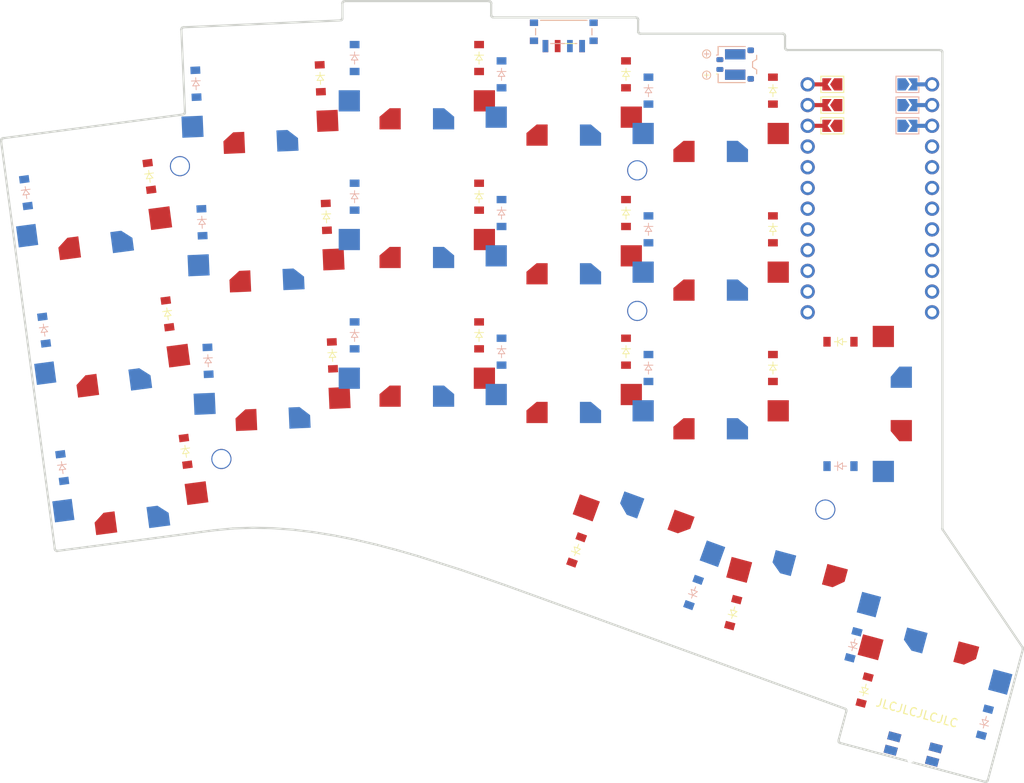
<source format=kicad_pcb>
(kicad_pcb (version 20171130) (host pcbnew 5.1.6)
  (title_block (title leveret_lp) (rev v1.0.0) (company Unknown))
  (layers (0 F.Cu signal) (31 B.Cu signal) (34 B.Paste user) (35 F.Paste user) (36 B.SilkS user) (37 F.SilkS user) (38 B.Mask user) (39 F.Mask user) (44 Edge.Cuts user))
  (net 0 "")
  (net 1 "RAW")
  (net 2 "GND")
  (net 3 "RST")
  (net 4 "C1")
  (net 5 "C2")
  (net 6 "C3")
  (net 7 "C4")
  (net 8 "C5")
  (net 9 "C6")
  (net 10 "C7")
  (net 11 "P17")
  (net 12 "R1")
  (net 13 "R2")
  (net 14 "R3")
  (net 15 "R4")
  (net 16 "P24")
  (net 17 "P25")
  (net 18 "P26")
  (net 19 "P27")
  (net 20 "ring_bottom")
  (net 21 "ring_home")
  (net 22 "ring_top")
  (net 23 "middle_bottom")
  (net 24 "middle_home")
  (net 25 "middle_top")
  (net 26 "index_bottom")
  (net 27 "index_home")
  (net 28 "index_top")
  (net 29 "inner_bottom")
  (net 30 "inner_home")
  (net 31 "inner_top")
  (net 32 "base_upper")
  (net 33 "flexion_lower")
  (net 34 "base_lower")
  (net 35 "extension_lower")
  (net 36 "pinky_bottom")
  (net 37 "pinky_home")
  (net 38 "pinky_top")
  (net 39 "BAT_P")
  (net 40 "PAD_3")
  (net 41 "PAD_4")
  (net 42 "PAD_5")
  (module edgecuts (layer "Edge.Cuts") (at 147.34954009999998 90.17349829999999 0)
    (fp_text reference "O1" hide)
    (fp_text value "edgecuts")
    (fp_line (start -62.596467 -30.755578) (end -62.596359 -30.740816) (stroke (width 0.264582)) (layer "Edge.Cuts"))
    (fp_line (start -62.596359 -30.740816) (end -62.595519 -30.726023) (stroke (width 0.264582)) (layer "Edge.Cuts"))
    (fp_line (start -62.595852 -30.770284) (end -62.596467 -30.755578) (stroke (width 0.264582)) (layer "Edge.Cuts"))
    (fp_line (start -62.595519 -30.726023) (end -62.593943 -30.711225) (stroke (width 0.264582)) (layer "Edge.Cuts"))
    (fp_line (start -62.59452 -30.784909) (end -62.595852 -30.770284) (stroke (width 0.264582)) (layer "Edge.Cuts"))
    (fp_line (start -62.593874 -30.712064) (end -60.414236 -14.154432) (stroke (width 0.264582)) (layer "Edge.Cuts"))
    (fp_line (start -62.592477 -30.799425) (end -62.59452 -30.784909) (stroke (width 0.264582)) (layer "Edge.Cuts"))
    (fp_line (start -62.589732 -30.813809) (end -62.592477 -30.799425) (stroke (width 0.264582)) (layer "Edge.Cuts"))
    (fp_line (start -62.586291 -30.828033) (end -62.589732 -30.813809) (stroke (width 0.264582)) (layer "Edge.Cuts"))
    (fp_line (start -62.58216 -30.842073) (end -62.586291 -30.828033) (stroke (width 0.264582)) (layer "Edge.Cuts"))
    (fp_line (start -62.577347 -30.855902) (end -62.58216 -30.842073) (stroke (width 0.264582)) (layer "Edge.Cuts"))
    (fp_line (start -62.571858 -30.869495) (end -62.577347 -30.855902) (stroke (width 0.264582)) (layer "Edge.Cuts"))
    (fp_line (start -62.5657 -30.882826) (end -62.571858 -30.869495) (stroke (width 0.264582)) (layer "Edge.Cuts"))
    (fp_line (start -62.558881 -30.89587) (end -62.5657 -30.882826) (stroke (width 0.264582)) (layer "Edge.Cuts"))
    (fp_line (start -62.551407 -30.908601) (end -62.558881 -30.89587) (stroke (width 0.264582)) (layer "Edge.Cuts"))
    (fp_line (start -62.543285 -30.920992) (end -62.551407 -30.908601) (stroke (width 0.264582)) (layer "Edge.Cuts"))
    (fp_line (start -62.534521 -30.933019) (end -62.543285 -30.920992) (stroke (width 0.264582)) (layer "Edge.Cuts"))
    (fp_line (start -62.525173 -30.944597) (end -62.534521 -30.933019) (stroke (width 0.264582)) (layer "Edge.Cuts"))
    (fp_line (start -62.515306 -30.95565) (end -62.525173 -30.944597) (stroke (width 0.264582)) (layer "Edge.Cuts"))
    (fp_line (start -62.504944 -30.966165) (end -62.515306 -30.95565) (stroke (width 0.264582)) (layer "Edge.Cuts"))
    (fp_line (start -62.49411 -30.976129) (end -62.504944 -30.966165) (stroke (width 0.264582)) (layer "Edge.Cuts"))
    (fp_line (start -62.482827 -30.985527) (end -62.49411 -30.976129) (stroke (width 0.264582)) (layer "Edge.Cuts"))
    (fp_line (start -62.471118 -30.994348) (end -62.482827 -30.985527) (stroke (width 0.264582)) (layer "Edge.Cuts"))
    (fp_line (start -62.459006 -31.002577) (end -62.471118 -30.994348) (stroke (width 0.264582)) (layer "Edge.Cuts"))
    (fp_line (start -62.446514 -31.010201) (end -62.459006 -31.002577) (stroke (width 0.264582)) (layer "Edge.Cuts"))
    (fp_line (start -62.433665 -31.017207) (end -62.446514 -31.010201) (stroke (width 0.264582)) (layer "Edge.Cuts"))
    (fp_line (start -62.420483 -31.023582) (end -62.433665 -31.017207) (stroke (width 0.264582)) (layer "Edge.Cuts"))
    (fp_line (start -62.40699 -31.029312) (end -62.420483 -31.023582) (stroke (width 0.264582)) (layer "Edge.Cuts"))
    (fp_line (start -62.393209 -31.034384) (end -62.40699 -31.029312) (stroke (width 0.264582)) (layer "Edge.Cuts"))
    (fp_line (start -62.379164 -31.038785) (end -62.393209 -31.034384) (stroke (width 0.264582)) (layer "Edge.Cuts"))
    (fp_line (start -62.364878 -31.042501) (end -62.379164 -31.038785) (stroke (width 0.264582)) (layer "Edge.Cuts"))
    (fp_line (start -62.350373 -31.045519) (end -62.364878 -31.042501) (stroke (width 0.264582)) (layer "Edge.Cuts"))
    (fp_line (start -62.335673 -31.047826) (end -62.350373 -31.045519) (stroke (width 0.264582)) (layer "Edge.Cuts"))
    (fp_line (start -62.335642 -31.048086) (end -40.328394 -33.94528) (stroke (width 0.264582)) (layer "Edge.Cuts"))
    (fp_line (start -60.414236 -14.154439) (end -60.410837 -14.128042) (stroke (width 0.264582)) (layer "Edge.Cuts"))
    (fp_line (start -60.410799 -14.127988) (end -58.195177 2.699511) (stroke (width 0.264582)) (layer "Edge.Cuts"))
    (fp_line (start -58.195177 2.699511) (end -58.191778 2.726016) (stroke (width 0.264582)) (layer "Edge.Cuts"))
    (fp_line (start -58.191736 2.72597) (end -56.012099 19.283602) (stroke (width 0.264582)) (layer "Edge.Cuts"))
    (fp_line (start -56.012034 19.283389) (end -56.009631 19.298643) (stroke (width 0.264582)) (layer "Edge.Cuts"))
    (fp_line (start -56.009631 19.298643) (end -56.006493 19.313596) (stroke (width 0.264582)) (layer "Edge.Cuts"))
    (fp_line (start -56.006493 19.313596) (end -56.002641 19.328231) (stroke (width 0.264582)) (layer "Edge.Cuts"))
    (fp_line (start -56.002641 19.328231) (end -55.998096 19.342533) (stroke (width 0.264582)) (layer "Edge.Cuts"))
    (fp_line (start -55.998096 19.342533) (end -55.99288 19.356485) (stroke (width 0.264582)) (layer "Edge.Cuts"))
    (fp_line (start -55.99288 19.356485) (end -55.987013 19.370071) (stroke (width 0.264582)) (layer "Edge.Cuts"))
    (fp_line (start -55.987013 19.370071) (end -55.980517 19.383274) (stroke (width 0.264582)) (layer "Edge.Cuts"))
    (fp_line (start -55.980517 19.383274) (end -55.973413 19.396079) (stroke (width 0.264582)) (layer "Edge.Cuts"))
    (fp_line (start -55.973413 19.396079) (end -55.965721 19.408469) (stroke (width 0.264582)) (layer "Edge.Cuts"))
    (fp_line (start -55.965721 19.408469) (end -55.957464 19.420428) (stroke (width 0.264582)) (layer "Edge.Cuts"))
    (fp_line (start -55.957464 19.420428) (end -55.948663 19.43194) (stroke (width 0.264582)) (layer "Edge.Cuts"))
    (fp_line (start -55.948663 19.43194) (end -55.939337 19.442988) (stroke (width 0.264582)) (layer "Edge.Cuts"))
    (fp_line (start -55.939337 19.442988) (end -55.929509 19.453557) (stroke (width 0.264582)) (layer "Edge.Cuts"))
    (fp_line (start -55.929509 19.453557) (end -55.9192 19.463629) (stroke (width 0.264582)) (layer "Edge.Cuts"))
    (fp_line (start -55.9192 19.463629) (end -55.908431 19.47319) (stroke (width 0.264582)) (layer "Edge.Cuts"))
    (fp_line (start -55.908431 19.47319) (end -55.897223 19.482222) (stroke (width 0.264582)) (layer "Edge.Cuts"))
    (fp_line (start -55.897223 19.482222) (end -55.885597 19.49071) (stroke (width 0.264582)) (layer "Edge.Cuts"))
    (fp_line (start -55.885597 19.49071) (end -55.873574 19.498636) (stroke (width 0.264582)) (layer "Edge.Cuts"))
    (fp_line (start -55.873574 19.498636) (end -55.861176 19.505986) (stroke (width 0.264582)) (layer "Edge.Cuts"))
    (fp_line (start -55.861176 19.505986) (end -55.848423 19.512743) (stroke (width 0.264582)) (layer "Edge.Cuts"))
    (fp_line (start -55.848423 19.512743) (end -55.835337 19.51889) (stroke (width 0.264582)) (layer "Edge.Cuts"))
    (fp_line (start -55.835337 19.51889) (end -55.821939 19.524411) (stroke (width 0.264582)) (layer "Edge.Cuts"))
    (fp_line (start -55.821939 19.524411) (end -55.80825 19.529291) (stroke (width 0.264582)) (layer "Edge.Cuts"))
    (fp_line (start -55.80825 19.529291) (end -55.794291 19.533512) (stroke (width 0.264582)) (layer "Edge.Cuts"))
    (fp_line (start -55.794291 19.533512) (end -55.780083 19.537059) (stroke (width 0.264582)) (layer "Edge.Cuts"))
    (fp_line (start -55.780083 19.537059) (end -55.765648 19.539916) (stroke (width 0.264582)) (layer "Edge.Cuts"))
    (fp_line (start -55.765648 19.539916) (end -55.751007 19.542065) (stroke (width 0.264582)) (layer "Edge.Cuts"))
    (fp_line (start -55.751007 19.542065) (end -55.73618 19.543492) (stroke (width 0.264582)) (layer "Edge.Cuts"))
    (fp_line (start -55.73618 19.543492) (end -55.721189 19.544179) (stroke (width 0.264582)) (layer "Edge.Cuts"))
    (fp_line (start -55.721189 19.544179) (end -55.706056 19.544111) (stroke (width 0.264582)) (layer "Edge.Cuts"))
    (fp_line (start -55.706056 19.544111) (end -55.6908 19.543271) (stroke (width 0.264582)) (layer "Edge.Cuts"))
    (fp_line (start -55.6908 19.543271) (end -55.675444 19.541644) (stroke (width 0.264582)) (layer "Edge.Cuts"))
    (fp_line (start -55.675551 19.542895) (end -36.604121 17.032) (stroke (width 0.264582)) (layer "Edge.Cuts"))
    (fp_line (start -40.508002 -44.348232) (end -40.507719 -44.332792) (stroke (width 0.264582)) (layer "Edge.Cuts"))
    (fp_line (start -40.50778 -44.332815) (end -40.067778 -34.254835) (stroke (width 0.264582)) (layer "Edge.Cuts"))
    (fp_line (start -40.507509 -44.363503) (end -40.508002 -44.348232) (stroke (width 0.264582)) (layer "Edge.Cuts"))
    (fp_line (start -40.506257 -44.378586) (end -40.507509 -44.363503) (stroke (width 0.264582)) (layer "Edge.Cuts"))
    (fp_line (start -40.504266 -44.39346) (end -40.506257 -44.378586) (stroke (width 0.264582)) (layer "Edge.Cuts"))
    (fp_line (start -40.501552 -44.408106) (end -40.504266 -44.39346) (stroke (width 0.264582)) (layer "Edge.Cuts"))
    (fp_line (start -40.498134 -44.422505) (end -40.501552 -44.408106) (stroke (width 0.264582)) (layer "Edge.Cuts"))
    (fp_line (start -40.494029 -44.436637) (end -40.498134 -44.422505) (stroke (width 0.264582)) (layer "Edge.Cuts"))
    (fp_line (start -40.489257 -44.450481) (end -40.494029 -44.436637) (stroke (width 0.264582)) (layer "Edge.Cuts"))
    (fp_line (start -40.483834 -44.464019) (end -40.489257 -44.450481) (stroke (width 0.264582)) (layer "Edge.Cuts"))
    (fp_line (start -40.477779 -44.477231) (end -40.483834 -44.464019) (stroke (width 0.264582)) (layer "Edge.Cuts"))
    (fp_line (start -40.47111 -44.490097) (end -40.477779 -44.477231) (stroke (width 0.264582)) (layer "Edge.Cuts"))
    (fp_line (start -40.463845 -44.502597) (end -40.47111 -44.490097) (stroke (width 0.264582)) (layer "Edge.Cuts"))
    (fp_line (start -40.456002 -44.514712) (end -40.463845 -44.502597) (stroke (width 0.264582)) (layer "Edge.Cuts"))
    (fp_line (start -40.447599 -44.526423) (end -40.456002 -44.514712) (stroke (width 0.264582)) (layer "Edge.Cuts"))
    (fp_line (start -40.438654 -44.537708) (end -40.447599 -44.526423) (stroke (width 0.264582)) (layer "Edge.Cuts"))
    (fp_line (start -40.429184 -44.54855) (end -40.438654 -44.537708) (stroke (width 0.264582)) (layer "Edge.Cuts"))
    (fp_line (start -40.419209 -44.558928) (end -40.429184 -44.54855) (stroke (width 0.264582)) (layer "Edge.Cuts"))
    (fp_line (start -40.408745 -44.568823) (end -40.419209 -44.558928) (stroke (width 0.264582)) (layer "Edge.Cuts"))
    (fp_line (start -40.397811 -44.578214) (end -40.408745 -44.568823) (stroke (width 0.264582)) (layer "Edge.Cuts"))
    (fp_line (start -40.386426 -44.587083) (end -40.397811 -44.578214) (stroke (width 0.264582)) (layer "Edge.Cuts"))
    (fp_line (start -40.374606 -44.595409) (end -40.386426 -44.587083) (stroke (width 0.264582)) (layer "Edge.Cuts"))
    (fp_line (start -40.36237 -44.603174) (end -40.374606 -44.595409) (stroke (width 0.264582)) (layer "Edge.Cuts"))
    (fp_line (start -40.349736 -44.610356) (end -40.36237 -44.603174) (stroke (width 0.264582)) (layer "Edge.Cuts"))
    (fp_line (start -40.336722 -44.616938) (end -40.349736 -44.610356) (stroke (width 0.264582)) (layer "Edge.Cuts"))
    (fp_line (start -40.328299 -33.945142) (end -40.313964 -33.947378) (stroke (width 0.264582)) (layer "Edge.Cuts"))
    (fp_line (start -40.323346 -44.622898) (end -40.336722 -44.616938) (stroke (width 0.264582)) (layer "Edge.Cuts"))
    (fp_line (start -40.313964 -33.947378) (end -40.299884 -33.950268) (stroke (width 0.264582)) (layer "Edge.Cuts"))
    (fp_line (start -40.309626 -44.628218) (end -40.323346 -44.622898) (stroke (width 0.264582)) (layer "Edge.Cuts"))
    (fp_line (start -40.299884 -33.950268) (end -40.286074 -33.953794) (stroke (width 0.264582)) (layer "Edge.Cuts"))
    (fp_line (start -40.29558 -44.632877) (end -40.309626 -44.628218) (stroke (width 0.264582)) (layer "Edge.Cuts"))
    (fp_line (start -40.286074 -33.953794) (end -40.272548 -33.95794) (stroke (width 0.264582)) (layer "Edge.Cuts"))
    (fp_line (start -40.281226 -44.636856) (end -40.29558 -44.632877) (stroke (width 0.264582)) (layer "Edge.Cuts"))
    (fp_line (start -40.272548 -33.95794) (end -40.259321 -33.962687) (stroke (width 0.264582)) (layer "Edge.Cuts"))
    (fp_line (start -40.266582 -44.640136) (end -40.281226 -44.636856) (stroke (width 0.264582)) (layer "Edge.Cuts"))
    (fp_line (start -40.259321 -33.962687) (end -40.246406 -33.96802) (stroke (width 0.264582)) (layer "Edge.Cuts"))
    (fp_line (start -40.251666 -44.642697) (end -40.266582 -44.640136) (stroke (width 0.264582)) (layer "Edge.Cuts"))
    (fp_line (start -40.246406 -33.96802) (end -40.233819 -33.973921) (stroke (width 0.264582)) (layer "Edge.Cuts"))
    (fp_line (start -40.236496 -44.644519) (end -40.251666 -44.642697) (stroke (width 0.264582)) (layer "Edge.Cuts"))
    (fp_line (start -40.233819 -33.973921) (end -40.221574 -33.980372) (stroke (width 0.264582)) (layer "Edge.Cuts"))
    (fp_line (start -40.221574 -33.980372) (end -40.209685 -33.987356) (stroke (width 0.264582)) (layer "Edge.Cuts"))
    (fp_line (start -40.221091 -44.645582) (end -40.236496 -44.644519) (stroke (width 0.264582)) (layer "Edge.Cuts"))
    (fp_line (start -40.220972 -44.645025) (end -21.066462 -45.481107) (stroke (width 0.264582)) (layer "Edge.Cuts"))
    (fp_line (start -40.209685 -33.987356) (end -40.198166 -33.994857) (stroke (width 0.264582)) (layer "Edge.Cuts"))
    (fp_line (start -40.198166 -33.994857) (end -40.187033 -34.002856) (stroke (width 0.264582)) (layer "Edge.Cuts"))
    (fp_line (start -40.187033 -34.002856) (end -40.176299 -34.011338) (stroke (width 0.264582)) (layer "Edge.Cuts"))
    (fp_line (start -40.176299 -34.011338) (end -40.16598 -34.020284) (stroke (width 0.264582)) (layer "Edge.Cuts"))
    (fp_line (start -40.16598 -34.020284) (end -40.156088 -34.029677) (stroke (width 0.264582)) (layer "Edge.Cuts"))
    (fp_line (start -40.156088 -34.029677) (end -40.14664 -34.039501) (stroke (width 0.264582)) (layer "Edge.Cuts"))
    (fp_line (start -40.14664 -34.039501) (end -40.137648 -34.049737) (stroke (width 0.264582)) (layer "Edge.Cuts"))
    (fp_line (start -40.137648 -34.049737) (end -40.129129 -34.06037) (stroke (width 0.264582)) (layer "Edge.Cuts"))
    (fp_line (start -40.129129 -34.06037) (end -40.121095 -34.071381) (stroke (width 0.264582)) (layer "Edge.Cuts"))
    (fp_line (start -40.121095 -34.071381) (end -40.113562 -34.082753) (stroke (width 0.264582)) (layer "Edge.Cuts"))
    (fp_line (start -40.113562 -34.082753) (end -40.106544 -34.09447) (stroke (width 0.264582)) (layer "Edge.Cuts"))
    (fp_line (start -40.106544 -34.09447) (end -40.100056 -34.106514) (stroke (width 0.264582)) (layer "Edge.Cuts"))
    (fp_line (start -40.100056 -34.106514) (end -40.094111 -34.118867) (stroke (width 0.264582)) (layer "Edge.Cuts"))
    (fp_line (start -40.094111 -34.118867) (end -40.088724 -34.131513) (stroke (width 0.264582)) (layer "Edge.Cuts"))
    (fp_line (start -40.088724 -34.131513) (end -40.08391 -34.144435) (stroke (width 0.264582)) (layer "Edge.Cuts"))
    (fp_line (start -40.08391 -34.144435) (end -40.079684 -34.157614) (stroke (width 0.264582)) (layer "Edge.Cuts"))
    (fp_line (start -40.079684 -34.157614) (end -40.076058 -34.171035) (stroke (width 0.264582)) (layer "Edge.Cuts"))
    (fp_line (start -40.076058 -34.171035) (end -40.073049 -34.18468) (stroke (width 0.264582)) (layer "Edge.Cuts"))
    (fp_line (start -40.073049 -34.18468) (end -40.07067 -34.198531) (stroke (width 0.264582)) (layer "Edge.Cuts"))
    (fp_line (start -40.07067 -34.198531) (end -40.068936 -34.212572) (stroke (width 0.264582)) (layer "Edge.Cuts"))
    (fp_line (start -40.068936 -34.212572) (end -40.067861 -34.226785) (stroke (width 0.264582)) (layer "Edge.Cuts"))
    (fp_line (start -40.067861 -34.226785) (end -40.06746 -34.241153) (stroke (width 0.264582)) (layer "Edge.Cuts"))
    (fp_line (start -40.06746 -34.241153) (end -40.067747 -34.255659) (stroke (width 0.264582)) (layer "Edge.Cuts"))
    (fp_line (start -36.604121 17.031985) (end -34.201502 16.796043) (stroke (width 0.264582)) (layer "Edge.Cuts"))
    (fp_line (start -34.201502 16.796043) (end -31.768004 16.709947) (stroke (width 0.264582)) (layer "Edge.Cuts"))
    (fp_line (start -31.768004 16.709947) (end -29.305687 16.763707) (stroke (width 0.264582)) (layer "Edge.Cuts"))
    (fp_line (start -29.305687 16.763707) (end -26.816609 16.947334) (stroke (width 0.264582)) (layer "Edge.Cuts"))
    (fp_line (start -26.816609 16.947334) (end -24.302828 17.250838) (stroke (width 0.264582)) (layer "Edge.Cuts"))
    (fp_line (start -24.302828 17.250838) (end -21.766402 17.664228) (stroke (width 0.264582)) (layer "Edge.Cuts"))
    (fp_line (start -21.766402 17.664228) (end -19.209391 18.177516) (stroke (width 0.264582)) (layer "Edge.Cuts"))
    (fp_line (start -21.06637 -45.481901) (end -21.051431 -45.482921) (stroke (width 0.264582)) (layer "Edge.Cuts"))
    (fp_line (start -21.051431 -45.482921) (end -21.036707 -45.484657) (stroke (width 0.264582)) (layer "Edge.Cuts"))
    (fp_line (start -21.036707 -45.484657) (end -21.022217 -45.48709) (stroke (width 0.264582)) (layer "Edge.Cuts"))
    (fp_line (start -21.022217 -45.48709) (end -21.007976 -45.490203) (stroke (width 0.264582)) (layer "Edge.Cuts"))
    (fp_line (start -21.007976 -45.490203) (end -20.994003 -45.493979) (stroke (width 0.264582)) (layer "Edge.Cuts"))
    (fp_line (start -20.994003 -45.493979) (end -20.980313 -45.498399) (stroke (width 0.264582)) (layer "Edge.Cuts"))
    (fp_line (start -20.980313 -45.498399) (end -20.966924 -45.503446) (stroke (width 0.264582)) (layer "Edge.Cuts"))
    (fp_line (start -20.966924 -45.503446) (end -20.953852 -45.509103) (stroke (width 0.264582)) (layer "Edge.Cuts"))
    (fp_line (start -20.953852 -45.509103) (end -20.941115 -45.515351) (stroke (width 0.264582)) (layer "Edge.Cuts"))
    (fp_line (start -20.941115 -45.515351) (end -20.92873 -45.522172) (stroke (width 0.264582)) (layer "Edge.Cuts"))
    (fp_line (start -20.92873 -45.522172) (end -20.916713 -45.52955) (stroke (width 0.264582)) (layer "Edge.Cuts"))
    (fp_line (start -20.916713 -45.52955) (end -20.905081 -45.537467) (stroke (width 0.264582)) (layer "Edge.Cuts"))
    (fp_line (start -20.905081 -45.537467) (end -20.893852 -45.545904) (stroke (width 0.264582)) (layer "Edge.Cuts"))
    (fp_line (start -20.893852 -45.545904) (end -20.883042 -45.554844) (stroke (width 0.264582)) (layer "Edge.Cuts"))
    (fp_line (start -20.883042 -45.554844) (end -20.872668 -45.56427) (stroke (width 0.264582)) (layer "Edge.Cuts"))
    (fp_line (start -20.872668 -45.56427) (end -20.862747 -45.574163) (stroke (width 0.264582)) (layer "Edge.Cuts"))
    (fp_line (start -20.862747 -45.574163) (end -20.853297 -45.584506) (stroke (width 0.264582)) (layer "Edge.Cuts"))
    (fp_line (start -20.853297 -45.584506) (end -20.844333 -45.595282) (stroke (width 0.264582)) (layer "Edge.Cuts"))
    (fp_line (start -20.844333 -45.595282) (end -20.835873 -45.606472) (stroke (width 0.264582)) (layer "Edge.Cuts"))
    (fp_line (start -20.835873 -45.606472) (end -20.827935 -45.618059) (stroke (width 0.264582)) (layer "Edge.Cuts"))
    (fp_line (start -20.827935 -45.618059) (end -20.820533 -45.630025) (stroke (width 0.264582)) (layer "Edge.Cuts"))
    (fp_line (start -20.820533 -45.630025) (end -20.813687 -45.642353) (stroke (width 0.264582)) (layer "Edge.Cuts"))
    (fp_line (start -20.813687 -45.642353) (end -20.807412 -45.655025) (stroke (width 0.264582)) (layer "Edge.Cuts"))
    (fp_line (start -20.807412 -45.655025) (end -20.801726 -45.668022) (stroke (width 0.264582)) (layer "Edge.Cuts"))
    (fp_line (start -20.801726 -45.668022) (end -20.796646 -45.681329) (stroke (width 0.264582)) (layer "Edge.Cuts"))
    (fp_line (start -20.796646 -45.681329) (end -20.792188 -45.694925) (stroke (width 0.264582)) (layer "Edge.Cuts"))
    (fp_line (start -20.792188 -45.694925) (end -20.788369 -45.708795) (stroke (width 0.264582)) (layer "Edge.Cuts"))
    (fp_line (start -20.788369 -45.708795) (end -20.785207 -45.722921) (stroke (width 0.264582)) (layer "Edge.Cuts"))
    (fp_line (start -20.785207 -45.722921) (end -20.782718 -45.737284) (stroke (width 0.264582)) (layer "Edge.Cuts"))
    (fp_line (start -20.782718 -45.737284) (end -20.780919 -45.751867) (stroke (width 0.264582)) (layer "Edge.Cuts"))
    (fp_line (start -20.780919 -45.751867) (end -20.779827 -45.766652) (stroke (width 0.264582)) (layer "Edge.Cuts"))
    (fp_line (start -20.779827 -45.766652) (end -20.779459 -45.781621) (stroke (width 0.264582)) (layer "Edge.Cuts"))
    (fp_line (start -20.779391 -45.782735) (end -20.779391 -47.552801) (stroke (width 0.264582)) (layer "Edge.Cuts"))
    (fp_line (start -20.779068 -47.569154) (end -20.779459 -47.553716) (stroke (width 0.264582)) (layer "Edge.Cuts"))
    (fp_line (start -20.777909 -47.584388) (end -20.779068 -47.569154) (stroke (width 0.264582)) (layer "Edge.Cuts"))
    (fp_line (start -20.776001 -47.599402) (end -20.777909 -47.584388) (stroke (width 0.264582)) (layer "Edge.Cuts"))
    (fp_line (start -20.773362 -47.614175) (end -20.776001 -47.599402) (stroke (width 0.264582)) (layer "Edge.Cuts"))
    (fp_line (start -20.770011 -47.628688) (end -20.773362 -47.614175) (stroke (width 0.264582)) (layer "Edge.Cuts"))
    (fp_line (start -20.765968 -47.642924) (end -20.770011 -47.628688) (stroke (width 0.264582)) (layer "Edge.Cuts"))
    (fp_line (start -20.761251 -47.656863) (end -20.765968 -47.642924) (stroke (width 0.264582)) (layer "Edge.Cuts"))
    (fp_line (start -20.755879 -47.670486) (end -20.761251 -47.656863) (stroke (width 0.264582)) (layer "Edge.Cuts"))
    (fp_line (start -20.749871 -47.683774) (end -20.755879 -47.670486) (stroke (width 0.264582)) (layer "Edge.Cuts"))
    (fp_line (start -20.743246 -47.696709) (end -20.749871 -47.683774) (stroke (width 0.264582)) (layer "Edge.Cuts"))
    (fp_line (start -20.736022 -47.709271) (end -20.743246 -47.696709) (stroke (width 0.264582)) (layer "Edge.Cuts"))
    (fp_line (start -20.728218 -47.721443) (end -20.736022 -47.709271) (stroke (width 0.264582)) (layer "Edge.Cuts"))
    (fp_line (start -20.719854 -47.733204) (end -20.728218 -47.721443) (stroke (width 0.264582)) (layer "Edge.Cuts"))
    (fp_line (start -20.710948 -47.744537) (end -20.719854 -47.733204) (stroke (width 0.264582)) (layer "Edge.Cuts"))
    (fp_line (start -20.701518 -47.755422) (end -20.710948 -47.744537) (stroke (width 0.264582)) (layer "Edge.Cuts"))
    (fp_line (start -20.691585 -47.76584) (end -20.701518 -47.755422) (stroke (width 0.264582)) (layer "Edge.Cuts"))
    (fp_line (start -20.681166 -47.775773) (end -20.691585 -47.76584) (stroke (width 0.264582)) (layer "Edge.Cuts"))
    (fp_line (start -20.670281 -47.785202) (end -20.681166 -47.775773) (stroke (width 0.264582)) (layer "Edge.Cuts"))
    (fp_line (start -20.658947 -47.794107) (end -20.670281 -47.785202) (stroke (width 0.264582)) (layer "Edge.Cuts"))
    (fp_line (start -20.647186 -47.802471) (end -20.658947 -47.794107) (stroke (width 0.264582)) (layer "Edge.Cuts"))
    (fp_line (start -20.635014 -47.810274) (end -20.647186 -47.802471) (stroke (width 0.264582)) (layer "Edge.Cuts"))
    (fp_line (start -20.622451 -47.817497) (end -20.635014 -47.810274) (stroke (width 0.264582)) (layer "Edge.Cuts"))
    (fp_line (start -20.609516 -47.824122) (end -20.622451 -47.817497) (stroke (width 0.264582)) (layer "Edge.Cuts"))
    (fp_line (start -20.596227 -47.83013) (end -20.609516 -47.824122) (stroke (width 0.264582)) (layer "Edge.Cuts"))
    (fp_line (start -20.582604 -47.835501) (end -20.596227 -47.83013) (stroke (width 0.264582)) (layer "Edge.Cuts"))
    (fp_line (start -20.568665 -47.840217) (end -20.582604 -47.835501) (stroke (width 0.264582)) (layer "Edge.Cuts"))
    (fp_line (start -20.554429 -47.84426) (end -20.568665 -47.840217) (stroke (width 0.264582)) (layer "Edge.Cuts"))
    (fp_line (start -20.539915 -47.847609) (end -20.554429 -47.84426) (stroke (width 0.264582)) (layer "Edge.Cuts"))
    (fp_line (start -20.525142 -47.850248) (end -20.539915 -47.847609) (stroke (width 0.264582)) (layer "Edge.Cuts"))
    (fp_line (start -20.510129 -47.852155) (end -20.525142 -47.850248) (stroke (width 0.264582)) (layer "Edge.Cuts"))
    (fp_line (start -20.494894 -47.853314) (end -20.510129 -47.852155) (stroke (width 0.264582)) (layer "Edge.Cuts"))
    (fp_line (start -20.479456 -47.853704) (end -20.494894 -47.853314) (stroke (width 0.264582)) (layer "Edge.Cuts"))
    (fp_line (start -19.209391 18.177516) (end -16.633852 18.780711) (stroke (width 0.264582)) (layer "Edge.Cuts"))
    (fp_line (start -16.633852 18.780711) (end -14.041845 19.463823) (stroke (width 0.264582)) (layer "Edge.Cuts"))
    (fp_line (start -14.041845 19.463823) (end -11.435427 20.216864) (stroke (width 0.264582)) (layer "Edge.Cuts"))
    (fp_line (start -11.435427 20.216864) (end -6.187596 21.89277) (stroke (width 0.264582)) (layer "Edge.Cuts"))
    (fp_line (start -6.187596 21.89277) (end -0.906825 23.72851) (stroke (width 0.264582)) (layer "Edge.Cuts"))
    (fp_line (start -2.853342 -47.854421) (end -20.479349 -47.854421) (stroke (width 0.264582)) (layer "Edge.Cuts"))
    (fp_line (start -2.838019 -47.853321) (end -2.853457 -47.853712) (stroke (width 0.264582)) (layer "Edge.Cuts"))
    (fp_line (start -2.822784 -47.852161) (end -2.838019 -47.853321) (stroke (width 0.264582)) (layer "Edge.Cuts"))
    (fp_line (start -2.807771 -47.850253) (end -2.822784 -47.852161) (stroke (width 0.264582)) (layer "Edge.Cuts"))
    (fp_line (start -2.792998 -47.847614) (end -2.807771 -47.850253) (stroke (width 0.264582)) (layer "Edge.Cuts"))
    (fp_line (start -2.778484 -47.844264) (end -2.792998 -47.847614) (stroke (width 0.264582)) (layer "Edge.Cuts"))
    (fp_line (start -2.764248 -47.840221) (end -2.778484 -47.844264) (stroke (width 0.264582)) (layer "Edge.Cuts"))
    (fp_line (start -2.750309 -47.835504) (end -2.764248 -47.840221) (stroke (width 0.264582)) (layer "Edge.Cuts"))
    (fp_line (start -2.736686 -47.830132) (end -2.750309 -47.835504) (stroke (width 0.264582)) (layer "Edge.Cuts"))
    (fp_line (start -2.723398 -47.824124) (end -2.736686 -47.830132) (stroke (width 0.264582)) (layer "Edge.Cuts"))
    (fp_line (start -2.710462 -47.817499) (end -2.723398 -47.824124) (stroke (width 0.264582)) (layer "Edge.Cuts"))
    (fp_line (start -2.6979 -47.810275) (end -2.710462 -47.817499) (stroke (width 0.264582)) (layer "Edge.Cuts"))
    (fp_line (start -2.685728 -47.802471) (end -2.6979 -47.810275) (stroke (width 0.264582)) (layer "Edge.Cuts"))
    (fp_line (start -2.673966 -47.794107) (end -2.685728 -47.802471) (stroke (width 0.264582)) (layer "Edge.Cuts"))
    (fp_line (start -2.662633 -47.785201) (end -2.673966 -47.794107) (stroke (width 0.264582)) (layer "Edge.Cuts"))
    (fp_line (start -2.651748 -47.775772) (end -2.662633 -47.785201) (stroke (width 0.264582)) (layer "Edge.Cuts"))
    (fp_line (start -2.641329 -47.765839) (end -2.651748 -47.775772) (stroke (width 0.264582)) (layer "Edge.Cuts"))
    (fp_line (start -2.631396 -47.755421) (end -2.641329 -47.765839) (stroke (width 0.264582)) (layer "Edge.Cuts"))
    (fp_line (start -2.621967 -47.744536) (end -2.631396 -47.755421) (stroke (width 0.264582)) (layer "Edge.Cuts"))
    (fp_line (start -2.613061 -47.733203) (end -2.621967 -47.744536) (stroke (width 0.264582)) (layer "Edge.Cuts"))
    (fp_line (start -2.604697 -47.721442) (end -2.613061 -47.733203) (stroke (width 0.264582)) (layer "Edge.Cuts"))
    (fp_line (start -2.596893 -47.70927) (end -2.604697 -47.721442) (stroke (width 0.264582)) (layer "Edge.Cuts"))
    (fp_line (start -2.58967 -47.696708) (end -2.596893 -47.70927) (stroke (width 0.264582)) (layer "Edge.Cuts"))
    (fp_line (start -2.583045 -47.683774) (end -2.58967 -47.696708) (stroke (width 0.264582)) (layer "Edge.Cuts"))
    (fp_line (start -2.577037 -47.670486) (end -2.583045 -47.683774) (stroke (width 0.264582)) (layer "Edge.Cuts"))
    (fp_line (start -2.571665 -47.656863) (end -2.577037 -47.670486) (stroke (width 0.264582)) (layer "Edge.Cuts"))
    (fp_line (start -2.566949 -47.642925) (end -2.571665 -47.656863) (stroke (width 0.264582)) (layer "Edge.Cuts"))
    (fp_line (start -2.562906 -47.62869) (end -2.566949 -47.642925) (stroke (width 0.264582)) (layer "Edge.Cuts"))
    (fp_line (start -2.559556 -47.614178) (end -2.562906 -47.62869) (stroke (width 0.264582)) (layer "Edge.Cuts"))
    (fp_line (start -2.556918 -47.599406) (end -2.559556 -47.614178) (stroke (width 0.264582)) (layer "Edge.Cuts"))
    (fp_line (start -2.55501 -47.584393) (end -2.556918 -47.599406) (stroke (width 0.264582)) (layer "Edge.Cuts"))
    (fp_line (start -2.553852 -47.56916) (end -2.55501 -47.584393) (stroke (width 0.264582)) (layer "Edge.Cuts"))
    (fp_line (start -2.553576 -46.15315) (end -2.553576 -47.552801) (stroke (width 0.264582)) (layer "Edge.Cuts"))
    (fp_line (start -2.553461 -47.553724) (end -2.553852 -47.56916) (stroke (width 0.264582)) (layer "Edge.Cuts"))
    (fp_line (start -2.553461 -46.153707) (end -2.553071 -46.138271) (stroke (width 0.264582)) (layer "Edge.Cuts"))
    (fp_line (start -2.553071 -46.138271) (end -2.551912 -46.123037) (stroke (width 0.264582)) (layer "Edge.Cuts"))
    (fp_line (start -2.551912 -46.123037) (end -2.550005 -46.108025) (stroke (width 0.264582)) (layer "Edge.Cuts"))
    (fp_line (start -2.550005 -46.108025) (end -2.547366 -46.093253) (stroke (width 0.264582)) (layer "Edge.Cuts"))
    (fp_line (start -2.547366 -46.093253) (end -2.544017 -46.078741) (stroke (width 0.264582)) (layer "Edge.Cuts"))
    (fp_line (start -2.544017 -46.078741) (end -2.539974 -46.064506) (stroke (width 0.264582)) (layer "Edge.Cuts"))
    (fp_line (start -2.539974 -46.064506) (end -2.535257 -46.050568) (stroke (width 0.264582)) (layer "Edge.Cuts"))
    (fp_line (start -2.535257 -46.050568) (end -2.529886 -46.036945) (stroke (width 0.264582)) (layer "Edge.Cuts"))
    (fp_line (start -2.529886 -46.036945) (end -2.523878 -46.023657) (stroke (width 0.264582)) (layer "Edge.Cuts"))
    (fp_line (start -2.523878 -46.023657) (end -2.517253 -46.010723) (stroke (width 0.264582)) (layer "Edge.Cuts"))
    (fp_line (start -2.517253 -46.010723) (end -2.510029 -45.99816) (stroke (width 0.264582)) (layer "Edge.Cuts"))
    (fp_line (start -2.510029 -45.99816) (end -2.502226 -45.985989) (stroke (width 0.264582)) (layer "Edge.Cuts"))
    (fp_line (start -2.502226 -45.985989) (end -2.493862 -45.974228) (stroke (width 0.264582)) (layer "Edge.Cuts"))
    (fp_line (start -2.493862 -45.974228) (end -2.484956 -45.962895) (stroke (width 0.264582)) (layer "Edge.Cuts"))
    (fp_line (start -2.484956 -45.962895) (end -2.475527 -45.95201) (stroke (width 0.264582)) (layer "Edge.Cuts"))
    (fp_line (start -2.475527 -45.95201) (end -2.465594 -45.941592) (stroke (width 0.264582)) (layer "Edge.Cuts"))
    (fp_line (start -2.465594 -45.941592) (end -2.455175 -45.931659) (stroke (width 0.264582)) (layer "Edge.Cuts"))
    (fp_line (start -2.455175 -45.931659) (end -2.44429 -45.92223) (stroke (width 0.264582)) (layer "Edge.Cuts"))
    (fp_line (start -2.44429 -45.92223) (end -2.432957 -45.913324) (stroke (width 0.264582)) (layer "Edge.Cuts"))
    (fp_line (start -2.432957 -45.913324) (end -2.421195 -45.90496) (stroke (width 0.264582)) (layer "Edge.Cuts"))
    (fp_line (start -2.421195 -45.90496) (end -2.409023 -45.897156) (stroke (width 0.264582)) (layer "Edge.Cuts"))
    (fp_line (start -2.409023 -45.897156) (end -2.39646 -45.889932) (stroke (width 0.264582)) (layer "Edge.Cuts"))
    (fp_line (start -2.39646 -45.889932) (end -2.383525 -45.883307) (stroke (width 0.264582)) (layer "Edge.Cuts"))
    (fp_line (start -2.383525 -45.883307) (end -2.370236 -45.877299) (stroke (width 0.264582)) (layer "Edge.Cuts"))
    (fp_line (start -2.370236 -45.877299) (end -2.356613 -45.871927) (stroke (width 0.264582)) (layer "Edge.Cuts"))
    (fp_line (start -2.356613 -45.871927) (end -2.342674 -45.86721) (stroke (width 0.264582)) (layer "Edge.Cuts"))
    (fp_line (start -2.342674 -45.86721) (end -2.328438 -45.863167) (stroke (width 0.264582)) (layer "Edge.Cuts"))
    (fp_line (start -2.328438 -45.863167) (end -2.313925 -45.859817) (stroke (width 0.264582)) (layer "Edge.Cuts"))
    (fp_line (start -2.313925 -45.859817) (end -2.299152 -45.857178) (stroke (width 0.264582)) (layer "Edge.Cuts"))
    (fp_line (start -2.299152 -45.857178) (end -2.284138 -45.855269) (stroke (width 0.264582)) (layer "Edge.Cuts"))
    (fp_line (start -2.284138 -45.855269) (end -2.268903 -45.85411) (stroke (width 0.264582)) (layer "Edge.Cuts"))
    (fp_line (start -2.268903 -45.85411) (end -2.253466 -45.853719) (stroke (width 0.264582)) (layer "Edge.Cuts"))
    (fp_line (start -0.906825 23.72851) (end 4.390417 25.644167) (stroke (width 0.264582)) (layer "Edge.Cuts"))
    (fp_line (start 4.390417 25.644183) (end 40.760053 38.881289) (stroke (width 0.264582)) (layer "Edge.Cuts"))
    (fp_line (start 15.146528 -45.854169) (end -2.253535 -45.854169) (stroke (width 0.264582)) (layer "Edge.Cuts"))
    (fp_line (start 15.161397 -45.853358) (end 15.14652 -45.853727) (stroke (width 0.264582)) (layer "Edge.Cuts"))
    (fp_line (start 15.176172 -45.852259) (end 15.161397 -45.853358) (stroke (width 0.264582)) (layer "Edge.Cuts"))
    (fp_line (start 15.190823 -45.850439) (end 15.176172 -45.852259) (stroke (width 0.264582)) (layer "Edge.Cuts"))
    (fp_line (start 15.205322 -45.847909) (end 15.190823 -45.850439) (stroke (width 0.264582)) (layer "Edge.Cuts"))
    (fp_line (start 15.219648 -45.844679) (end 15.205322 -45.847909) (stroke (width 0.264582)) (layer "Edge.Cuts"))
    (fp_line (start 15.233774 -45.840759) (end 15.219648 -45.844679) (stroke (width 0.264582)) (layer "Edge.Cuts"))
    (fp_line (start 15.247676 -45.836159) (end 15.233774 -45.840759) (stroke (width 0.264582)) (layer "Edge.Cuts"))
    (fp_line (start 15.261329 -45.83089) (end 15.247676 -45.836159) (stroke (width 0.264582)) (layer "Edge.Cuts"))
    (fp_line (start 15.27471 -45.824962) (end 15.261329 -45.83089) (stroke (width 0.264582)) (layer "Edge.Cuts"))
    (fp_line (start 15.287793 -45.818384) (end 15.27471 -45.824962) (stroke (width 0.264582)) (layer "Edge.Cuts"))
    (fp_line (start 15.300554 -45.811168) (end 15.287793 -45.818384) (stroke (width 0.264582)) (layer "Edge.Cuts"))
    (fp_line (start 15.312968 -45.803323) (end 15.300554 -45.811168) (stroke (width 0.264582)) (layer "Edge.Cuts"))
    (fp_line (start 15.32501 -45.794859) (end 15.312968 -45.803323) (stroke (width 0.264582)) (layer "Edge.Cuts"))
    (fp_line (start 15.336657 -45.785787) (end 15.32501 -45.794859) (stroke (width 0.264582)) (layer "Edge.Cuts"))
    (fp_line (start 15.347882 -45.776117) (end 15.336657 -45.785787) (stroke (width 0.264582)) (layer "Edge.Cuts"))
    (fp_line (start 15.358663 -45.765859) (end 15.347882 -45.776117) (stroke (width 0.264582)) (layer "Edge.Cuts"))
    (fp_line (start 15.368923 -45.75508) (end 15.358663 -45.765859) (stroke (width 0.264582)) (layer "Edge.Cuts"))
    (fp_line (start 15.378594 -45.743855) (end 15.368923 -45.75508) (stroke (width 0.264582)) (layer "Edge.Cuts"))
    (fp_line (start 15.387667 -45.732209) (end 15.378594 -45.743855) (stroke (width 0.264582)) (layer "Edge.Cuts"))
    (fp_line (start 15.396131 -45.720168) (end 15.387667 -45.732209) (stroke (width 0.264582)) (layer "Edge.Cuts"))
    (fp_line (start 15.403977 -45.707754) (end 15.396131 -45.720168) (stroke (width 0.264582)) (layer "Edge.Cuts"))
    (fp_line (start 15.411194 -45.694994) (end 15.403977 -45.707754) (stroke (width 0.264582)) (layer "Edge.Cuts"))
    (fp_line (start 15.417772 -45.681911) (end 15.411194 -45.694994) (stroke (width 0.264582)) (layer "Edge.Cuts"))
    (fp_line (start 15.423701 -45.66853) (end 15.417772 -45.681911) (stroke (width 0.264582)) (layer "Edge.Cuts"))
    (fp_line (start 15.42897 -45.654876) (end 15.423701 -45.66853) (stroke (width 0.264582)) (layer "Edge.Cuts"))
    (fp_line (start 15.43357 -45.640973) (end 15.42897 -45.654876) (stroke (width 0.264582)) (layer "Edge.Cuts"))
    (fp_line (start 15.43749 -45.626846) (end 15.43357 -45.640973) (stroke (width 0.264582)) (layer "Edge.Cuts"))
    (fp_line (start 15.440721 -45.612519) (end 15.43749 -45.626846) (stroke (width 0.264582)) (layer "Edge.Cuts"))
    (fp_line (start 15.443251 -45.598018) (end 15.440721 -45.612519) (stroke (width 0.264582)) (layer "Edge.Cuts"))
    (fp_line (start 15.445071 -45.583366) (end 15.443251 -45.598018) (stroke (width 0.264582)) (layer "Edge.Cuts"))
    (fp_line (start 15.44617 -45.568588) (end 15.445071 -45.583366) (stroke (width 0.264582)) (layer "Edge.Cuts"))
    (fp_line (start 15.446539 -45.553709) (end 15.44617 -45.568588) (stroke (width 0.264582)) (layer "Edge.Cuts"))
    (fp_line (start 15.446539 -44.153722) (end 15.446907 -44.138844) (stroke (width 0.264582)) (layer "Edge.Cuts"))
    (fp_line (start 15.446569 -44.152898) (end 15.446569 -45.552549) (stroke (width 0.264582)) (layer "Edge.Cuts"))
    (fp_line (start 15.446907 -44.138844) (end 15.448007 -44.124068) (stroke (width 0.264582)) (layer "Edge.Cuts"))
    (fp_line (start 15.448007 -44.124068) (end 15.449827 -44.109417) (stroke (width 0.264582)) (layer "Edge.Cuts"))
    (fp_line (start 15.449827 -44.109417) (end 15.452357 -44.094916) (stroke (width 0.264582)) (layer "Edge.Cuts"))
    (fp_line (start 15.452357 -44.094916) (end 15.455587 -44.08059) (stroke (width 0.264582)) (layer "Edge.Cuts"))
    (fp_line (start 15.455587 -44.08059) (end 15.459507 -44.066464) (stroke (width 0.264582)) (layer "Edge.Cuts"))
    (fp_line (start 15.459507 -44.066464) (end 15.464107 -44.052561) (stroke (width 0.264582)) (layer "Edge.Cuts"))
    (fp_line (start 15.464107 -44.052561) (end 15.469376 -44.038908) (stroke (width 0.264582)) (layer "Edge.Cuts"))
    (fp_line (start 15.469376 -44.038908) (end 15.475305 -44.025527) (stroke (width 0.264582)) (layer "Edge.Cuts"))
    (fp_line (start 15.475305 -44.025527) (end 15.481883 -44.012444) (stroke (width 0.264582)) (layer "Edge.Cuts"))
    (fp_line (start 15.481883 -44.012444) (end 15.4891 -43.999684) (stroke (width 0.264582)) (layer "Edge.Cuts"))
    (fp_line (start 15.4891 -43.999684) (end 15.496946 -43.987271) (stroke (width 0.264582)) (layer "Edge.Cuts"))
    (fp_line (start 15.496946 -43.987271) (end 15.50541 -43.975229) (stroke (width 0.264582)) (layer "Edge.Cuts"))
    (fp_line (start 15.50541 -43.975229) (end 15.514483 -43.963584) (stroke (width 0.264582)) (layer "Edge.Cuts"))
    (fp_line (start 15.514483 -43.963584) (end 15.524155 -43.952359) (stroke (width 0.264582)) (layer "Edge.Cuts"))
    (fp_line (start 15.524155 -43.952359) (end 15.534414 -43.941579) (stroke (width 0.264582)) (layer "Edge.Cuts"))
    (fp_line (start 15.534414 -43.941579) (end 15.545195 -43.931321) (stroke (width 0.264582)) (layer "Edge.Cuts"))
    (fp_line (start 15.545195 -43.931321) (end 15.556421 -43.921651) (stroke (width 0.264582)) (layer "Edge.Cuts"))
    (fp_line (start 15.556421 -43.921651) (end 15.568067 -43.912579) (stroke (width 0.264582)) (layer "Edge.Cuts"))
    (fp_line (start 15.568067 -43.912579) (end 15.58011 -43.904116) (stroke (width 0.264582)) (layer "Edge.Cuts"))
    (fp_line (start 15.58011 -43.904116) (end 15.592524 -43.896271) (stroke (width 0.264582)) (layer "Edge.Cuts"))
    (fp_line (start 15.592524 -43.896271) (end 15.605284 -43.889054) (stroke (width 0.264582)) (layer "Edge.Cuts"))
    (fp_line (start 15.605284 -43.889054) (end 15.618367 -43.882477) (stroke (width 0.264582)) (layer "Edge.Cuts"))
    (fp_line (start 15.618367 -43.882477) (end 15.631748 -43.876548) (stroke (width 0.264582)) (layer "Edge.Cuts"))
    (fp_line (start 15.631748 -43.876548) (end 15.645402 -43.871279) (stroke (width 0.264582)) (layer "Edge.Cuts"))
    (fp_line (start 15.645402 -43.871279) (end 15.659304 -43.86668) (stroke (width 0.264582)) (layer "Edge.Cuts"))
    (fp_line (start 15.659304 -43.86668) (end 15.67343 -43.86276) (stroke (width 0.264582)) (layer "Edge.Cuts"))
    (fp_line (start 15.67343 -43.86276) (end 15.687755 -43.85953) (stroke (width 0.264582)) (layer "Edge.Cuts"))
    (fp_line (start 15.687755 -43.85953) (end 15.702255 -43.856999) (stroke (width 0.264582)) (layer "Edge.Cuts"))
    (fp_line (start 15.702255 -43.856999) (end 15.716905 -43.85518) (stroke (width 0.264582)) (layer "Edge.Cuts"))
    (fp_line (start 15.716905 -43.85518) (end 15.73168 -43.85408) (stroke (width 0.264582)) (layer "Edge.Cuts"))
    (fp_line (start 15.73168 -43.85408) (end 15.746557 -43.853712) (stroke (width 0.264582)) (layer "Edge.Cuts"))
    (fp_line (start 33.146665 -43.853925) (end 15.74661 -43.853925) (stroke (width 0.264582)) (layer "Edge.Cuts"))
    (fp_line (start 33.161981 -43.853321) (end 33.146543 -43.853712) (stroke (width 0.264582)) (layer "Edge.Cuts"))
    (fp_line (start 33.177215 -43.852161) (end 33.161981 -43.853321) (stroke (width 0.264582)) (layer "Edge.Cuts"))
    (fp_line (start 33.192229 -43.850253) (end 33.177215 -43.852161) (stroke (width 0.264582)) (layer "Edge.Cuts"))
    (fp_line (start 33.207002 -43.847614) (end 33.192229 -43.850253) (stroke (width 0.264582)) (layer "Edge.Cuts"))
    (fp_line (start 33.221515 -43.844264) (end 33.207002 -43.847614) (stroke (width 0.264582)) (layer "Edge.Cuts"))
    (fp_line (start 33.235751 -43.840221) (end 33.221515 -43.844264) (stroke (width 0.264582)) (layer "Edge.Cuts"))
    (fp_line (start 33.24969 -43.835504) (end 33.235751 -43.840221) (stroke (width 0.264582)) (layer "Edge.Cuts"))
    (fp_line (start 33.263313 -43.830132) (end 33.24969 -43.835504) (stroke (width 0.264582)) (layer "Edge.Cuts"))
    (fp_line (start 33.276601 -43.824124) (end 33.263313 -43.830132) (stroke (width 0.264582)) (layer "Edge.Cuts"))
    (fp_line (start 33.289536 -43.817499) (end 33.276601 -43.824124) (stroke (width 0.264582)) (layer "Edge.Cuts"))
    (fp_line (start 33.302098 -43.810275) (end 33.289536 -43.817499) (stroke (width 0.264582)) (layer "Edge.Cuts"))
    (fp_line (start 33.31427 -43.802471) (end 33.302098 -43.810275) (stroke (width 0.264582)) (layer "Edge.Cuts"))
    (fp_line (start 33.326031 -43.794107) (end 33.31427 -43.802471) (stroke (width 0.264582)) (layer "Edge.Cuts"))
    (fp_line (start 33.337364 -43.785201) (end 33.326031 -43.794107) (stroke (width 0.264582)) (layer "Edge.Cuts"))
    (fp_line (start 33.348249 -43.775772) (end 33.337364 -43.785201) (stroke (width 0.264582)) (layer "Edge.Cuts"))
    (fp_line (start 33.358667 -43.765839) (end 33.348249 -43.775772) (stroke (width 0.264582)) (layer "Edge.Cuts"))
    (fp_line (start 33.3686 -43.755421) (end 33.358667 -43.765839) (stroke (width 0.264582)) (layer "Edge.Cuts"))
    (fp_line (start 33.378029 -43.744536) (end 33.3686 -43.755421) (stroke (width 0.264582)) (layer "Edge.Cuts"))
    (fp_line (start 33.386934 -43.733203) (end 33.378029 -43.744536) (stroke (width 0.264582)) (layer "Edge.Cuts"))
    (fp_line (start 33.395298 -43.721442) (end 33.386934 -43.733203) (stroke (width 0.264582)) (layer "Edge.Cuts"))
    (fp_line (start 33.403101 -43.70927) (end 33.395298 -43.721442) (stroke (width 0.264582)) (layer "Edge.Cuts"))
    (fp_line (start 33.410324 -43.696708) (end 33.403101 -43.70927) (stroke (width 0.264582)) (layer "Edge.Cuts"))
    (fp_line (start 33.416949 -43.683774) (end 33.410324 -43.696708) (stroke (width 0.264582)) (layer "Edge.Cuts"))
    (fp_line (start 33.422957 -43.670486) (end 33.416949 -43.683774) (stroke (width 0.264582)) (layer "Edge.Cuts"))
    (fp_line (start 33.428328 -43.656863) (end 33.422957 -43.670486) (stroke (width 0.264582)) (layer "Edge.Cuts"))
    (fp_line (start 33.433044 -43.642925) (end 33.428328 -43.656863) (stroke (width 0.264582)) (layer "Edge.Cuts"))
    (fp_line (start 33.437087 -43.62869) (end 33.433044 -43.642925) (stroke (width 0.264582)) (layer "Edge.Cuts"))
    (fp_line (start 33.440436 -43.614178) (end 33.437087 -43.62869) (stroke (width 0.264582)) (layer "Edge.Cuts"))
    (fp_line (start 33.443075 -43.599406) (end 33.440436 -43.614178) (stroke (width 0.264582)) (layer "Edge.Cuts"))
    (fp_line (start 33.444982 -43.584393) (end 33.443075 -43.599406) (stroke (width 0.264582)) (layer "Edge.Cuts"))
    (fp_line (start 33.446141 -43.56916) (end 33.444982 -43.584393) (stroke (width 0.264582)) (layer "Edge.Cuts"))
    (fp_line (start 33.446439 -42.152654) (end 33.446439 -43.554945) (stroke (width 0.264582)) (layer "Edge.Cuts"))
    (fp_line (start 33.446531 -43.553724) (end 33.446141 -43.56916) (stroke (width 0.264582)) (layer "Edge.Cuts"))
    (fp_line (start 33.446531 -42.153707) (end 33.446921 -42.138271) (stroke (width 0.264582)) (layer "Edge.Cuts"))
    (fp_line (start 33.446921 -42.138271) (end 33.44808 -42.123037) (stroke (width 0.264582)) (layer "Edge.Cuts"))
    (fp_line (start 33.44808 -42.123037) (end 33.449988 -42.108025) (stroke (width 0.264582)) (layer "Edge.Cuts"))
    (fp_line (start 33.449988 -42.108025) (end 33.452626 -42.093253) (stroke (width 0.264582)) (layer "Edge.Cuts"))
    (fp_line (start 33.452626 -42.093253) (end 33.455975 -42.078741) (stroke (width 0.264582)) (layer "Edge.Cuts"))
    (fp_line (start 33.455975 -42.078741) (end 33.460018 -42.064506) (stroke (width 0.264582)) (layer "Edge.Cuts"))
    (fp_line (start 33.460018 -42.064506) (end 33.464734 -42.050568) (stroke (width 0.264582)) (layer "Edge.Cuts"))
    (fp_line (start 33.464734 -42.050568) (end 33.470105 -42.036945) (stroke (width 0.264582)) (layer "Edge.Cuts"))
    (fp_line (start 33.470105 -42.036945) (end 33.476113 -42.023657) (stroke (width 0.264582)) (layer "Edge.Cuts"))
    (fp_line (start 33.476113 -42.023657) (end 33.482738 -42.010723) (stroke (width 0.264582)) (layer "Edge.Cuts"))
    (fp_line (start 33.482738 -42.010723) (end 33.489961 -41.99816) (stroke (width 0.264582)) (layer "Edge.Cuts"))
    (fp_line (start 33.489961 -41.99816) (end 33.497764 -41.985989) (stroke (width 0.264582)) (layer "Edge.Cuts"))
    (fp_line (start 33.497764 -41.985989) (end 33.506128 -41.974228) (stroke (width 0.264582)) (layer "Edge.Cuts"))
    (fp_line (start 33.506128 -41.974228) (end 33.515033 -41.962895) (stroke (width 0.264582)) (layer "Edge.Cuts"))
    (fp_line (start 33.515033 -41.962895) (end 33.524462 -41.95201) (stroke (width 0.264582)) (layer "Edge.Cuts"))
    (fp_line (start 33.524462 -41.95201) (end 33.534395 -41.941592) (stroke (width 0.264582)) (layer "Edge.Cuts"))
    (fp_line (start 33.534395 -41.941592) (end 33.544813 -41.931659) (stroke (width 0.264582)) (layer "Edge.Cuts"))
    (fp_line (start 33.544813 -41.931659) (end 33.555698 -41.92223) (stroke (width 0.264582)) (layer "Edge.Cuts"))
    (fp_line (start 33.555698 -41.92223) (end 33.567031 -41.913324) (stroke (width 0.264582)) (layer "Edge.Cuts"))
    (fp_line (start 33.567031 -41.913324) (end 33.578792 -41.90496) (stroke (width 0.264582)) (layer "Edge.Cuts"))
    (fp_line (start 33.578792 -41.90496) (end 33.590964 -41.897156) (stroke (width 0.264582)) (layer "Edge.Cuts"))
    (fp_line (start 33.590964 -41.897156) (end 33.603526 -41.889932) (stroke (width 0.264582)) (layer "Edge.Cuts"))
    (fp_line (start 33.603526 -41.889932) (end 33.616461 -41.883307) (stroke (width 0.264582)) (layer "Edge.Cuts"))
    (fp_line (start 33.616461 -41.883307) (end 33.62975 -41.877299) (stroke (width 0.264582)) (layer "Edge.Cuts"))
    (fp_line (start 33.62975 -41.877299) (end 33.643372 -41.871927) (stroke (width 0.264582)) (layer "Edge.Cuts"))
    (fp_line (start 33.643372 -41.871927) (end 33.657311 -41.86721) (stroke (width 0.264582)) (layer "Edge.Cuts"))
    (fp_line (start 33.657311 -41.86721) (end 33.671547 -41.863167) (stroke (width 0.264582)) (layer "Edge.Cuts"))
    (fp_line (start 33.671547 -41.863167) (end 33.68606 -41.859817) (stroke (width 0.264582)) (layer "Edge.Cuts"))
    (fp_line (start 33.68606 -41.859817) (end 33.700833 -41.857178) (stroke (width 0.264582)) (layer "Edge.Cuts"))
    (fp_line (start 33.700833 -41.857178) (end 33.715847 -41.855269) (stroke (width 0.264582)) (layer "Edge.Cuts"))
    (fp_line (start 33.715847 -41.855269) (end 33.731081 -41.85411) (stroke (width 0.264582)) (layer "Edge.Cuts"))
    (fp_line (start 33.731081 -41.85411) (end 33.746519 -41.853719) (stroke (width 0.264582)) (layer "Edge.Cuts"))
    (fp_line (start 33.746473 -41.853673) (end 52.423689 -41.853673) (stroke (width 0.264582)) (layer "Edge.Cuts"))
    (fp_line (start 40.001466 42.80656) (end 40.001596 42.821219) (stroke (width 0.264582)) (layer "Edge.Cuts"))
    (fp_line (start 40.001596 42.821219) (end 40.002441 42.835837) (stroke (width 0.264582)) (layer "Edge.Cuts"))
    (fp_line (start 40.002054 42.791888) (end 40.001466 42.80656) (stroke (width 0.264582)) (layer "Edge.Cuts"))
    (fp_line (start 40.002441 42.835837) (end 40.003998 42.850388) (stroke (width 0.264582)) (layer "Edge.Cuts"))
    (fp_line (start 40.003363 42.777228) (end 40.002054 42.791888) (stroke (width 0.264582)) (layer "Edge.Cuts"))
    (fp_line (start 40.003998 42.850388) (end 40.006261 42.864846) (stroke (width 0.264582)) (layer "Edge.Cuts"))
    (fp_line (start 40.005397 42.762606) (end 40.003363 42.777228) (stroke (width 0.264582)) (layer "Edge.Cuts"))
    (fp_line (start 40.006261 42.864846) (end 40.009229 42.879184) (stroke (width 0.264582)) (layer "Edge.Cuts"))
    (fp_line (start 40.00816 42.748049) (end 40.005397 42.762606) (stroke (width 0.264582)) (layer "Edge.Cuts"))
    (fp_line (start 40.009229 42.879184) (end 40.012897 42.893377) (stroke (width 0.264582)) (layer "Edge.Cuts"))
    (fp_line (start 40.011656 42.733584) (end 40.00816 42.748049) (stroke (width 0.264582)) (layer "Edge.Cuts"))
    (fp_line (start 40.012897 42.893377) (end 40.017262 42.907397) (stroke (width 0.264582)) (layer "Edge.Cuts"))
    (fp_line (start 40.017262 42.907397) (end 40.022321 42.921219) (stroke (width 0.264582)) (layer "Edge.Cuts"))
    (fp_line (start 40.022321 42.921219) (end 40.02807 42.934816) (stroke (width 0.264582)) (layer "Edge.Cuts"))
    (fp_line (start 40.02807 42.934816) (end 40.034505 42.948162) (stroke (width 0.264582)) (layer "Edge.Cuts"))
    (fp_line (start 40.034505 42.948162) (end 40.041624 42.96123) (stroke (width 0.264582)) (layer "Edge.Cuts"))
    (fp_line (start 40.041624 42.96123) (end 40.049381 42.973929) (stroke (width 0.264582)) (layer "Edge.Cuts"))
    (fp_line (start 40.049381 42.973929) (end 40.05772 42.986176) (stroke (width 0.264582)) (layer "Edge.Cuts"))
    (fp_line (start 40.05772 42.986176) (end 40.06662 42.997953) (stroke (width 0.264582)) (layer "Edge.Cuts"))
    (fp_line (start 40.06662 42.997953) (end 40.07606 43.009245) (stroke (width 0.264582)) (layer "Edge.Cuts"))
    (fp_line (start 40.07606 43.009245) (end 40.086019 43.020036) (stroke (width 0.264582)) (layer "Edge.Cuts"))
    (fp_line (start 40.086019 43.020036) (end 40.096476 43.03031) (stroke (width 0.264582)) (layer "Edge.Cuts"))
    (fp_line (start 40.096476 43.03031) (end 40.10741 43.040049) (stroke (width 0.264582)) (layer "Edge.Cuts"))
    (fp_line (start 40.10741 43.040049) (end 40.118799 43.049239) (stroke (width 0.264582)) (layer "Edge.Cuts"))
    (fp_line (start 40.118799 43.049239) (end 40.130623 43.057862) (stroke (width 0.264582)) (layer "Edge.Cuts"))
    (fp_line (start 40.130623 43.057862) (end 40.14286 43.065903) (stroke (width 0.264582)) (layer "Edge.Cuts"))
    (fp_line (start 40.14286 43.065903) (end 40.155489 43.073346) (stroke (width 0.264582)) (layer "Edge.Cuts"))
    (fp_line (start 40.155489 43.073346) (end 40.16849 43.080174) (stroke (width 0.264582)) (layer "Edge.Cuts"))
    (fp_line (start 40.16849 43.080174) (end 40.181841 43.086371) (stroke (width 0.264582)) (layer "Edge.Cuts"))
    (fp_line (start 40.181841 43.086371) (end 40.195521 43.091921) (stroke (width 0.264582)) (layer "Edge.Cuts"))
    (fp_line (start 40.195521 43.091921) (end 40.209509 43.096808) (stroke (width 0.264582)) (layer "Edge.Cuts"))
    (fp_line (start 40.209509 43.096808) (end 40.223783 43.101016) (stroke (width 0.264582)) (layer "Edge.Cuts"))
    (fp_line (start 40.223737 43.101397) (end 57.925413 47.84537) (stroke (width 0.264582)) (layer "Edge.Cuts"))
    (fp_line (start 40.773641 38.88743) (end 40.76013 38.882143) (stroke (width 0.264582)) (layer "Edge.Cuts"))
    (fp_line (start 40.786761 38.893299) (end 40.773641 38.88743) (stroke (width 0.264582)) (layer "Edge.Cuts"))
    (fp_line (start 40.79948 38.899731) (end 40.786761 38.893299) (stroke (width 0.264582)) (layer "Edge.Cuts"))
    (fp_line (start 40.811788 38.906706) (end 40.79948 38.899731) (stroke (width 0.264582)) (layer "Edge.Cuts"))
    (fp_line (start 40.823674 38.914205) (end 40.811788 38.906706) (stroke (width 0.264582)) (layer "Edge.Cuts"))
    (fp_line (start 40.835128 38.922206) (end 40.823674 38.914205) (stroke (width 0.264582)) (layer "Edge.Cuts"))
    (fp_line (start 40.846139 38.930691) (end 40.835128 38.922206) (stroke (width 0.264582)) (layer "Edge.Cuts"))
    (fp_line (start 40.856698 38.93964) (end 40.846139 38.930691) (stroke (width 0.264582)) (layer "Edge.Cuts"))
    (fp_line (start 40.866793 38.949032) (end 40.856698 38.93964) (stroke (width 0.264582)) (layer "Edge.Cuts"))
    (fp_line (start 40.876414 38.958848) (end 40.866793 38.949032) (stroke (width 0.264582)) (layer "Edge.Cuts"))
    (fp_line (start 40.885552 38.969067) (end 40.876414 38.958848) (stroke (width 0.264582)) (layer "Edge.Cuts"))
    (fp_line (start 40.894195 38.97967) (end 40.885552 38.969067) (stroke (width 0.264582)) (layer "Edge.Cuts"))
    (fp_line (start 40.902334 38.990638) (end 40.894195 38.97967) (stroke (width 0.264582)) (layer "Edge.Cuts"))
    (fp_line (start 40.909958 39.001949) (end 40.902334 38.990638) (stroke (width 0.264582)) (layer "Edge.Cuts"))
    (fp_line (start 40.917056 39.013585) (end 40.909958 39.001949) (stroke (width 0.264582)) (layer "Edge.Cuts"))
    (fp_line (start 40.923618 39.025525) (end 40.917056 39.013585) (stroke (width 0.264582)) (layer "Edge.Cuts"))
    (fp_line (start 40.929634 39.037749) (end 40.923618 39.025525) (stroke (width 0.264582)) (layer "Edge.Cuts"))
    (fp_line (start 40.935094 39.050237) (end 40.929634 39.037749) (stroke (width 0.264582)) (layer "Edge.Cuts"))
    (fp_line (start 40.939987 39.062971) (end 40.935094 39.050237) (stroke (width 0.264582)) (layer "Edge.Cuts"))
    (fp_line (start 40.944303 39.075928) (end 40.939987 39.062971) (stroke (width 0.264582)) (layer "Edge.Cuts"))
    (fp_line (start 40.947294 39.241702) (end 40.950713 39.2276) (stroke (width 0.264582)) (layer "Edge.Cuts"))
    (fp_line (start 40.94737 39.241122) (end 40.011533 42.733614) (stroke (width 0.264582)) (layer "Edge.Cuts"))
    (fp_line (start 40.948031 39.089091) (end 40.944303 39.075928) (stroke (width 0.264582)) (layer "Edge.Cuts"))
    (fp_line (start 40.950713 39.2276) (end 40.953431 39.213485) (stroke (width 0.264582)) (layer "Edge.Cuts"))
    (fp_line (start 40.951161 39.102438) (end 40.948031 39.089091) (stroke (width 0.264582)) (layer "Edge.Cuts"))
    (fp_line (start 40.953431 39.213485) (end 40.955458 39.199375) (stroke (width 0.264582)) (layer "Edge.Cuts"))
    (fp_line (start 40.953682 39.115951) (end 40.951161 39.102438) (stroke (width 0.264582)) (layer "Edge.Cuts"))
    (fp_line (start 40.955458 39.199375) (end 40.956804 39.185291) (stroke (width 0.264582)) (layer "Edge.Cuts"))
    (fp_line (start 40.955585 39.129608) (end 40.953682 39.115951) (stroke (width 0.264582)) (layer "Edge.Cuts"))
    (fp_line (start 40.956804 39.185291) (end 40.957479 39.171252) (stroke (width 0.264582)) (layer "Edge.Cuts"))
    (fp_line (start 40.956859 39.143391) (end 40.955585 39.129608) (stroke (width 0.264582)) (layer "Edge.Cuts"))
    (fp_line (start 40.957479 39.171252) (end 40.957494 39.157279) (stroke (width 0.264582)) (layer "Edge.Cuts"))
    (fp_line (start 40.957494 39.157279) (end 40.956859 39.143391) (stroke (width 0.264582)) (layer "Edge.Cuts"))
    (fp_line (start 52.438974 -41.853337) (end 52.423536 -41.853727) (stroke (width 0.264582)) (layer "Edge.Cuts"))
    (fp_line (start 52.454208 -41.852178) (end 52.438974 -41.853337) (stroke (width 0.264582)) (layer "Edge.Cuts"))
    (fp_line (start 52.469222 -41.85027) (end 52.454208 -41.852178) (stroke (width 0.264582)) (layer "Edge.Cuts"))
    (fp_line (start 52.483995 -41.847632) (end 52.469222 -41.85027) (stroke (width 0.264582)) (layer "Edge.Cuts"))
    (fp_line (start 52.498509 -41.844282) (end 52.483995 -41.847632) (stroke (width 0.264582)) (layer "Edge.Cuts"))
    (fp_line (start 52.512745 -41.840239) (end 52.498509 -41.844282) (stroke (width 0.264582)) (layer "Edge.Cuts"))
    (fp_line (start 52.526684 -41.835523) (end 52.512745 -41.840239) (stroke (width 0.264582)) (layer "Edge.Cuts"))
    (fp_line (start 52.540308 -41.830151) (end 52.526684 -41.835523) (stroke (width 0.264582)) (layer "Edge.Cuts"))
    (fp_line (start 52.553597 -41.824143) (end 52.540308 -41.830151) (stroke (width 0.264582)) (layer "Edge.Cuts"))
    (fp_line (start 52.566532 -41.817518) (end 52.553597 -41.824143) (stroke (width 0.264582)) (layer "Edge.Cuts"))
    (fp_line (start 52.579095 -41.810294) (end 52.566532 -41.817518) (stroke (width 0.264582)) (layer "Edge.Cuts"))
    (fp_line (start 52.591267 -41.802491) (end 52.579095 -41.810294) (stroke (width 0.264582)) (layer "Edge.Cuts"))
    (fp_line (start 52.60303 -41.794127) (end 52.591267 -41.802491) (stroke (width 0.264582)) (layer "Edge.Cuts"))
    (fp_line (start 52.614363 -41.78522) (end 52.60303 -41.794127) (stroke (width 0.264582)) (layer "Edge.Cuts"))
    (fp_line (start 52.625248 -41.775791) (end 52.614363 -41.78522) (stroke (width 0.264582)) (layer "Edge.Cuts"))
    (fp_line (start 52.635668 -41.765857) (end 52.625248 -41.775791) (stroke (width 0.264582)) (layer "Edge.Cuts"))
    (fp_line (start 52.645601 -41.755438) (end 52.635668 -41.765857) (stroke (width 0.264582)) (layer "Edge.Cuts"))
    (fp_line (start 52.655031 -41.744552) (end 52.645601 -41.755438) (stroke (width 0.264582)) (layer "Edge.Cuts"))
    (fp_line (start 52.663937 -41.733219) (end 52.655031 -41.744552) (stroke (width 0.264582)) (layer "Edge.Cuts"))
    (fp_line (start 52.672301 -41.721457) (end 52.663937 -41.733219) (stroke (width 0.264582)) (layer "Edge.Cuts"))
    (fp_line (start 52.680105 -41.709284) (end 52.672301 -41.721457) (stroke (width 0.264582)) (layer "Edge.Cuts"))
    (fp_line (start 52.687329 -41.696721) (end 52.680105 -41.709284) (stroke (width 0.264582)) (layer "Edge.Cuts"))
    (fp_line (start 52.693954 -41.683785) (end 52.687329 -41.696721) (stroke (width 0.264582)) (layer "Edge.Cuts"))
    (fp_line (start 52.699962 -41.670496) (end 52.693954 -41.683785) (stroke (width 0.264582)) (layer "Edge.Cuts"))
    (fp_line (start 52.705334 -41.656872) (end 52.699962 -41.670496) (stroke (width 0.264582)) (layer "Edge.Cuts"))
    (fp_line (start 52.710051 -41.642932) (end 52.705334 -41.656872) (stroke (width 0.264582)) (layer "Edge.Cuts"))
    (fp_line (start 52.714094 -41.628695) (end 52.710051 -41.642932) (stroke (width 0.264582)) (layer "Edge.Cuts"))
    (fp_line (start 52.717444 -41.61418) (end 52.714094 -41.628695) (stroke (width 0.264582)) (layer "Edge.Cuts"))
    (fp_line (start 52.720082 -41.599406) (end 52.717444 -41.61418) (stroke (width 0.264582)) (layer "Edge.Cuts"))
    (fp_line (start 52.72199 -41.584391) (end 52.720082 -41.599406) (stroke (width 0.264582)) (layer "Edge.Cuts"))
    (fp_line (start 52.723149 -41.569155) (end 52.72199 -41.584391) (stroke (width 0.264582)) (layer "Edge.Cuts"))
    (fp_line (start 52.723448 -41.554693) (end 52.723982 16.793871) (stroke (width 0.264582)) (layer "Edge.Cuts"))
    (fp_line (start 52.723539 -41.553716) (end 52.723149 -41.569155) (stroke (width 0.264582)) (layer "Edge.Cuts"))
    (fp_line (start 52.723921 16.794772) (end 52.724131 16.806023) (stroke (width 0.264582)) (layer "Edge.Cuts"))
    (fp_line (start 52.724131 16.806023) (end 52.724761 16.817229) (stroke (width 0.264582)) (layer "Edge.Cuts"))
    (fp_line (start 52.724761 16.817229) (end 52.725807 16.828379) (stroke (width 0.264582)) (layer "Edge.Cuts"))
    (fp_line (start 52.725807 16.828379) (end 52.727265 16.839463) (stroke (width 0.264582)) (layer "Edge.Cuts"))
    (fp_line (start 52.727265 16.839463) (end 52.729132 16.850469) (stroke (width 0.264582)) (layer "Edge.Cuts"))
    (fp_line (start 52.729132 16.850469) (end 52.731405 16.861386) (stroke (width 0.264582)) (layer "Edge.Cuts"))
    (fp_line (start 52.731405 16.861386) (end 52.734079 16.872204) (stroke (width 0.264582)) (layer "Edge.Cuts"))
    (fp_line (start 52.734079 16.872204) (end 52.737152 16.88291) (stroke (width 0.264582)) (layer "Edge.Cuts"))
    (fp_line (start 52.737152 16.88291) (end 52.74062 16.893495) (stroke (width 0.264582)) (layer "Edge.Cuts"))
    (fp_line (start 52.74062 16.893495) (end 52.744479 16.903946) (stroke (width 0.264582)) (layer "Edge.Cuts"))
    (fp_line (start 52.744479 16.903946) (end 52.748726 16.914254) (stroke (width 0.264582)) (layer "Edge.Cuts"))
    (fp_line (start 52.748726 16.914254) (end 52.753358 16.924406) (stroke (width 0.264582)) (layer "Edge.Cuts"))
    (fp_line (start 52.753358 16.924406) (end 52.758371 16.934392) (stroke (width 0.264582)) (layer "Edge.Cuts"))
    (fp_line (start 52.758371 16.934392) (end 52.763762 16.944201) (stroke (width 0.264582)) (layer "Edge.Cuts"))
    (fp_line (start 52.763762 16.944201) (end 52.769527 16.953822) (stroke (width 0.264582)) (layer "Edge.Cuts"))
    (fp_line (start 52.769527 16.953822) (end 52.775663 16.963244) (stroke (width 0.264582)) (layer "Edge.Cuts"))
    (fp_line (start 52.775572 16.963198) (end 62.544782 31.361834) (stroke (width 0.264582)) (layer "Edge.Cuts"))
    (fp_line (start 57.925337 47.844149) (end 57.940349 47.847766) (stroke (width 0.264582)) (layer "Edge.Cuts"))
    (fp_line (start 57.940349 47.847766) (end 57.955365 47.850588) (stroke (width 0.264582)) (layer "Edge.Cuts"))
    (fp_line (start 57.955365 47.850588) (end 57.97036 47.852629) (stroke (width 0.264582)) (layer "Edge.Cuts"))
    (fp_line (start 57.97036 47.852629) (end 57.985313 47.853903) (stroke (width 0.264582)) (layer "Edge.Cuts"))
    (fp_line (start 57.985313 47.853903) (end 58.000199 47.854422) (stroke (width 0.264582)) (layer "Edge.Cuts"))
    (fp_line (start 58.000199 47.854422) (end 58.014996 47.8542) (stroke (width 0.264582)) (layer "Edge.Cuts"))
    (fp_line (start 58.014996 47.8542) (end 58.029681 47.853251) (stroke (width 0.264582)) (layer "Edge.Cuts"))
    (fp_line (start 58.029681 47.853251) (end 58.04423 47.851587) (stroke (width 0.264582)) (layer "Edge.Cuts"))
    (fp_line (start 58.04423 47.851587) (end 58.058621 47.849221) (stroke (width 0.264582)) (layer "Edge.Cuts"))
    (fp_line (start 58.058621 47.849221) (end 58.07283 47.846169) (stroke (width 0.264582)) (layer "Edge.Cuts"))
    (fp_line (start 58.07283 47.846169) (end 58.086835 47.842441) (stroke (width 0.264582)) (layer "Edge.Cuts"))
    (fp_line (start 58.086835 47.842441) (end 58.100611 47.838053) (stroke (width 0.264582)) (layer "Edge.Cuts"))
    (fp_line (start 58.100611 47.838053) (end 58.114137 47.833017) (stroke (width 0.264582)) (layer "Edge.Cuts"))
    (fp_line (start 58.114137 47.833017) (end 58.127389 47.827347) (stroke (width 0.264582)) (layer "Edge.Cuts"))
    (fp_line (start 58.127389 47.827347) (end 58.140344 47.821055) (stroke (width 0.264582)) (layer "Edge.Cuts"))
    (fp_line (start 58.140344 47.821055) (end 58.152979 47.814156) (stroke (width 0.264582)) (layer "Edge.Cuts"))
    (fp_line (start 58.152979 47.814156) (end 58.16527 47.806662) (stroke (width 0.264582)) (layer "Edge.Cuts"))
    (fp_line (start 58.16527 47.806662) (end 58.177195 47.798588) (stroke (width 0.264582)) (layer "Edge.Cuts"))
    (fp_line (start 58.177195 47.798588) (end 58.188731 47.789945) (stroke (width 0.264582)) (layer "Edge.Cuts"))
    (fp_line (start 58.188731 47.789945) (end 58.199854 47.780748) (stroke (width 0.264582)) (layer "Edge.Cuts"))
    (fp_line (start 58.199854 47.780748) (end 58.210542 47.77101) (stroke (width 0.264582)) (layer "Edge.Cuts"))
    (fp_line (start 58.210542 47.77101) (end 58.220771 47.760744) (stroke (width 0.264582)) (layer "Edge.Cuts"))
    (fp_line (start 58.220771 47.760744) (end 58.230518 47.749964) (stroke (width 0.264582)) (layer "Edge.Cuts"))
    (fp_line (start 58.230518 47.749964) (end 58.23976 47.738682) (stroke (width 0.264582)) (layer "Edge.Cuts"))
    (fp_line (start 58.23976 47.738682) (end 58.248474 47.726913) (stroke (width 0.264582)) (layer "Edge.Cuts"))
    (fp_line (start 58.248474 47.726913) (end 58.256638 47.71467) (stroke (width 0.264582)) (layer "Edge.Cuts"))
    (fp_line (start 58.256638 47.71467) (end 58.264227 47.701965) (stroke (width 0.264582)) (layer "Edge.Cuts"))
    (fp_line (start 58.264227 47.701965) (end 58.271219 47.688812) (stroke (width 0.264582)) (layer "Edge.Cuts"))
    (fp_line (start 58.271219 47.688812) (end 58.277591 47.675225) (stroke (width 0.264582)) (layer "Edge.Cuts"))
    (fp_line (start 58.277591 47.675225) (end 58.283319 47.661217) (stroke (width 0.264582)) (layer "Edge.Cuts"))
    (fp_line (start 58.283319 47.661217) (end 58.288381 47.646801) (stroke (width 0.264582)) (layer "Edge.Cuts"))
    (fp_line (start 58.288381 47.646801) (end 58.292753 47.631991) (stroke (width 0.264582)) (layer "Edge.Cuts"))
    (fp_line (start 58.292661 47.63106) (end 62.586317 31.607882) (stroke (width 0.264582)) (layer "Edge.Cuts"))
    (fp_line (start 62.553512 31.376106) (end 62.544737 31.362383) (stroke (width 0.264582)) (layer "Edge.Cuts"))
    (fp_line (start 62.561491 31.39021) (end 62.553512 31.376106) (stroke (width 0.264582)) (layer "Edge.Cuts"))
    (fp_line (start 62.568666 31.40466) (end 62.561491 31.39021) (stroke (width 0.264582)) (layer "Edge.Cuts"))
    (fp_line (start 62.575033 31.419422) (end 62.568666 31.40466) (stroke (width 0.264582)) (layer "Edge.Cuts"))
    (fp_line (start 62.580585 31.434462) (end 62.575033 31.419422) (stroke (width 0.264582)) (layer "Edge.Cuts"))
    (fp_line (start 62.585317 31.449747) (end 62.580585 31.434462) (stroke (width 0.264582)) (layer "Edge.Cuts"))
    (fp_line (start 62.586241 31.608477) (end 62.590031 31.592635) (stroke (width 0.264582)) (layer "Edge.Cuts"))
    (fp_line (start 62.589223 31.46524) (end 62.585317 31.449747) (stroke (width 0.264582)) (layer "Edge.Cuts"))
    (fp_line (start 62.590031 31.592635) (end 62.592943 31.576695) (stroke (width 0.264582)) (layer "Edge.Cuts"))
    (fp_line (start 62.592296 31.48091) (end 62.589223 31.46524) (stroke (width 0.264582)) (layer "Edge.Cuts"))
    (fp_line (start 62.592943 31.576695) (end 62.594983 31.560691) (stroke (width 0.264582)) (layer "Edge.Cuts"))
    (fp_line (start 62.594532 31.49672) (end 62.592296 31.48091) (stroke (width 0.264582)) (layer "Edge.Cuts"))
    (fp_line (start 62.594983 31.560691) (end 62.596156 31.544658) (stroke (width 0.264582)) (layer "Edge.Cuts"))
    (fp_line (start 62.595925 31.512638) (end 62.594532 31.49672) (stroke (width 0.264582)) (layer "Edge.Cuts"))
    (fp_line (start 62.596156 31.544658) (end 62.596468 31.528628) (stroke (width 0.264582)) (layer "Edge.Cuts"))
    (fp_line (start 62.596468 31.528628) (end 62.595925 31.512638) (stroke (width 0.264582)) (layer "Edge.Cuts"))
  )
  (module promicro (layer F.Cu) (at 191.18854009999998 66.4994983 0)
    (fp_text reference "MCU1" hide)
    (fp_text value "mcu" hide)
    (pad "" thru_hole circle (at -7.62 -13.97 270) (size 1.7526 1.7526) (drill 1.0922) (layers "*.Cu" "*.Mask"))
    (pad "" thru_hole circle (at -7.62 -11.43 270) (size 1.7526 1.7526) (drill 1.0922) (layers "*.Cu" "*.Mask"))
    (pad "" thru_hole circle (at -7.62 -8.89 270) (size 1.7526 1.7526) (drill 1.0922) (layers "*.Cu" "*.Mask"))
    (pad "" thru_hole circle (at -7.62 -6.35 270) (size 1.7526 1.7526) (drill 1.0922) (layers "*.Cu" "*.Mask"))
    (pad "" smd rect (at -6.25 -13.97 270) (size 0.5 1.524) (layers "F.Cu" "F.Mask"))
    (pad "" smd rect (at -6.25 -11.43 270) (size 0.5 1.524) (layers "F.Cu" "F.Mask"))
    (pad "" smd rect (at -6.25 -8.89 270) (size 0.5 1.524) (layers "F.Cu" "F.Mask"))
    (pad "" smd custom (at -5.325 -13.97 180) (size 0.3 0.3) (layers "F.Cu" "F.Mask") (options (clearance outline) (anchor rect)) (primitives (gr_poly (pts (xy 0.5 0.75) (xy -0.65 0.75) (xy -0.15 0) (xy -0.65 -0.75) (xy 0.5 -0.75)) (width 0) (fill yes))))
    (pad "" smd custom (at -5.325 -11.43 180) (size 0.3 0.3) (layers "F.Cu" "F.Mask") (options (clearance outline) (anchor rect)) (primitives (gr_poly (pts (xy 0.5 0.75) (xy -0.65 0.75) (xy -0.15 0) (xy -0.65 -0.75) (xy 0.5 -0.75)) (width 0) (fill yes))))
    (pad "" smd custom (at -5.325 -8.89 180) (size 0.3 0.3) (layers "F.Cu" "F.Mask") (options (clearance outline) (anchor rect)) (primitives (gr_poly (pts (xy 0.5 0.75) (xy -0.65 0.75) (xy -0.15 0) (xy -0.65 -0.75) (xy 0.5 -0.75)) (width 0) (fill yes))))
    (pad "" smd custom (at 5.325 -13.97 180) (size 0.3 0.3) (layers "B.Cu" "B.Mask") (options (clearance outline) (anchor rect)) (primitives (gr_poly (pts (xy 0.15 0) (xy 0.65 0.75) (xy -0.5 0.75) (xy -0.5 -0.75) (xy 0.65 -0.75)) (width 0) (fill yes))))
    (pad "" smd custom (at 5.325 -11.43 180) (size 0.3 0.3) (layers "B.Cu" "B.Mask") (options (clearance outline) (anchor rect)) (primitives (gr_poly (pts (xy 0.15 0) (xy 0.65 0.75) (xy -0.5 0.75) (xy -0.5 -0.75) (xy 0.65 -0.75)) (width 0) (fill yes))))
    (pad "" smd custom (at 5.325 -8.89 180) (size 0.3 0.3) (layers "B.Cu" "B.Mask") (options (clearance outline) (anchor rect)) (primitives (gr_poly (pts (xy 0.15 0) (xy 0.65 0.75) (xy -0.5 0.75) (xy -0.5 -0.75) (xy 0.65 -0.75)) (width 0) (fill yes))))
    (pad "" smd rect (at 6.275 -13.97 270) (size 0.5 1.524) (layers "B.Cu" "B.Mask"))
    (pad "" smd rect (at 6.275 -11.43 270) (size 0.5 1.524) (layers "B.Cu" "B.Mask"))
    (pad "" smd rect (at 6.275 -8.89 270) (size 0.5 1.524) (layers "B.Cu" "B.Mask"))
    (pad "" thru_hole circle (at 7.62 -13.97 270) (size 1.7526 1.7526) (drill 1.0922) (layers "*.Cu" "*.Mask"))
    (pad "" thru_hole circle (at 7.62 -11.43 0) (size 1.7526 1.7526) (drill 1.0922) (layers "*.Cu" "*.Mask"))
    (pad "" thru_hole circle (at 7.62 -8.89 270) (size 1.7526 1.7526) (drill 1.0922) (layers "*.Cu" "*.Mask"))
    (pad "" thru_hole circle (at 7.62 -6.35 270) (size 1.7526 1.7526) (drill 1.0922) (layers "*.Cu" "*.Mask"))
    (pad "1" smd custom (at -3.875 -13.97 180) (size 0.3 0.3) (layers "F.Cu" "F.Mask") (net 1 "RAW") (options (clearance outline) (anchor rect)) (primitives (gr_poly (pts (xy 1 0) (xy 0.5 0.75) (xy -0.5 0.75) (xy -0.5 -0.75) (xy 0.5 -0.75)) (width 0) (fill yes))))
    (pad "1" smd custom (at 3.875 -13.97 180) (size 0.3 0.3) (layers "B.Cu" "B.Mask") (net 1 "RAW") (options (clearance outline) (anchor rect)) (primitives (gr_poly (pts (xy 0.5 0.75) (xy -0.5 0.75) (xy -1 0) (xy -0.5 -0.75) (xy 0.5 -0.75)) (width 0) (fill yes))))
    (pad "2" smd custom (at -3.875 -11.43 180) (size 0.3 0.3) (layers "F.Cu" "F.Mask") (net 2 "GND") (options (clearance outline) (anchor rect)) (primitives (gr_poly (pts (xy 1 0) (xy 0.5 0.75) (xy -0.5 0.75) (xy -0.5 -0.75) (xy 0.5 -0.75)) (width 0) (fill yes))))
    (pad "2" smd custom (at 3.875 -11.43 180) (size 0.3 0.3) (layers "B.Cu" "B.Mask") (net 2 "GND") (options (clearance outline) (anchor rect)) (primitives (gr_poly (pts (xy 0.5 0.75) (xy -0.5 0.75) (xy -1 0) (xy -0.5 -0.75) (xy 0.5 -0.75)) (width 0) (fill yes))))
    (pad "3" smd custom (at -3.875 -8.89 180) (size 0.3 0.3) (layers "F.Cu" "F.Mask") (net 3 "RST") (options (clearance outline) (anchor rect)) (primitives (gr_poly (pts (xy 1 0) (xy 0.5 0.75) (xy -0.5 0.75) (xy -0.5 -0.75) (xy 0.5 -0.75)) (width 0) (fill yes))))
    (pad "3" smd custom (at 3.875 -8.89 180) (size 0.3 0.3) (layers "B.Cu" "B.Mask") (net 3 "RST") (options (clearance outline) (anchor rect)) (primitives (gr_poly (pts (xy 0.5 0.75) (xy -0.5 0.75) (xy -1 0) (xy -0.5 -0.75) (xy 0.5 -0.75)) (width 0) (fill yes))))
    (pad "10" thru_hole circle (at -7.62 -3.81 270) (size 1.7526 1.7526) (drill 1.0922) (layers "*.Cu" "*.Mask") (net 4 "C1"))
    (pad "11" thru_hole circle (at -7.62 -1.27 270) (size 1.7526 1.7526) (drill 1.0922) (layers "*.Cu" "*.Mask") (net 5 "C2"))
    (pad "12" thru_hole circle (at -7.62 1.27 270) (size 1.7526 1.7526) (drill 1.0922) (layers "*.Cu" "*.Mask") (net 6 "C3"))
    (pad "13" thru_hole circle (at -7.62 3.81 270) (size 1.7526 1.7526) (drill 1.0922) (layers "*.Cu" "*.Mask") (net 7 "C4"))
    (pad "14" thru_hole circle (at -7.62 6.35 270) (size 1.7526 1.7526) (drill 1.0922) (layers "*.Cu" "*.Mask") (net 8 "C5"))
    (pad "15" thru_hole circle (at -7.62 8.89 270) (size 1.7526 1.7526) (drill 1.0922) (layers "*.Cu" "*.Mask") (net 9 "C6"))
    (pad "16" thru_hole circle (at -7.62 11.43 270) (size 1.7526 1.7526) (drill 1.0922) (layers "*.Cu" "*.Mask") (net 10 "C7"))
    (pad "17" thru_hole circle (at -7.62 13.97 270) (size 1.7526 1.7526) (drill 1.0922) (layers "*.Cu" "*.Mask") (net 11 "P17"))
    (pad "20" thru_hole circle (at 7.62 -3.81 270) (size 1.7526 1.7526) (drill 1.0922) (layers "*.Cu" "*.Mask") (net 12 "R1"))
    (pad "21" thru_hole circle (at 7.62 -1.27 270) (size 1.7526 1.7526) (drill 1.0922) (layers "*.Cu" "*.Mask") (net 13 "R2"))
    (pad "22" thru_hole circle (at 7.62 1.27 270) (size 1.7526 1.7526) (drill 1.0922) (layers "*.Cu" "*.Mask") (net 14 "R3"))
    (pad "23" thru_hole circle (at 7.62 3.81 270) (size 1.7526 1.7526) (drill 1.0922) (layers "*.Cu" "*.Mask") (net 15 "R4"))
    (pad "24" thru_hole circle (at 7.62 6.35 270) (size 1.7526 1.7526) (drill 1.0922) (layers "*.Cu" "*.Mask") (net 16 "P24"))
    (pad "25" thru_hole circle (at 7.62 8.89 270) (size 1.7526 1.7526) (drill 1.0922) (layers "*.Cu" "*.Mask") (net 17 "P25"))
    (pad "26" thru_hole circle (at 7.62 11.43 270) (size 1.7526 1.7526) (drill 1.0922) (layers "*.Cu" "*.Mask") (net 18 "P26"))
    (pad "27" thru_hole circle (at 7.62 13.97 270) (size 1.7526 1.7526) (drill 1.0922) (layers "*.Cu" "*.Mask") (net 19 "P27"))
  )
  (module PG1350 (layer F.Cu) (at 117.79291079999999 87.58274359999999 182.5)
    (fp_text reference "S1" hide)
    (pad "" np_thru_hole circle (at 0 0) (size 3.429 3.429) (drill 3.429) (layers *.Cu *.Mask))
    (pad "" np_thru_hole circle (at 5.5 0) (size 1.7018 1.7018) (drill 1.7018) (layers *.Cu *.Mask))
    (pad "" np_thru_hole circle (at -5.5 0) (size 1.7018 1.7018) (drill 1.7018) (layers *.Cu *.Mask))
    (pad "" np_thru_hole circle (at 0 -5.95) (size 3 3) (drill 3) (layers *.Cu *.Mask))
    (pad 1 smd custom (at -3.275 -5.95 182.5) (size 1 1) (layers B.Cu B.Paste B.Mask) (options (clearance outline) (anchor rect)) (primitives (gr_poly (pts (xy -1.3 -1.3) (xy -1.3 0.25) (xy -0.05 1.3) (xy 1.3 1.3) (xy 1.3 -1.3)) (width 0))) (net 5 "C2"))
    (pad 2 smd rect (at 8.275 -3.75 182.5) (size 2.6 2.6) (layers B.Cu B.Paste B.Mask) (net 20 "ring_bottom"))
    (pad "" np_thru_hole circle (at 5 -3.75 195) (size 3 3) (drill 3) (layers *.Cu *.Mask))
    (pad 1 smd custom (at 3.275 -5.95 182.5) (size 0.5 0.5) (layers F.Cu F.Paste F.Mask) (options (clearance outline) (anchor rect)) (primitives (gr_poly (pts (xy -1.3 -1.3) (xy -1.3 1.3) (xy 0.05 1.3) (xy 1.3 0.25) (xy 1.3 -1.3)) (width 0))) (net 5 "C2"))
    (pad 2 smd rect (at -8.275 -3.75 182.5) (size 2.6 2.6) (layers F.Cu F.Paste F.Mask) (net 20 "ring_bottom"))
    (pad "" np_thru_hole circle (at -5 -3.75 195) (size 3 3) (drill 3) (layers *.Cu *.Mask))
  )
  (module PG1350 (layer F.Cu) (at 117.05138119999998 70.5989238 182.5)
    (fp_text reference "S2" hide)
    (pad "" np_thru_hole circle (at 0 0) (size 3.429 3.429) (drill 3.429) (layers *.Cu *.Mask))
    (pad "" np_thru_hole circle (at 5.5 0) (size 1.7018 1.7018) (drill 1.7018) (layers *.Cu *.Mask))
    (pad "" np_thru_hole circle (at -5.5 0) (size 1.7018 1.7018) (drill 1.7018) (layers *.Cu *.Mask))
    (pad "" np_thru_hole circle (at 0 -5.95) (size 3 3) (drill 3) (layers *.Cu *.Mask))
    (pad 1 smd custom (at -3.275 -5.95 182.5) (size 1 1) (layers B.Cu B.Paste B.Mask) (options (clearance outline) (anchor rect)) (primitives (gr_poly (pts (xy -1.3 -1.3) (xy -1.3 0.25) (xy -0.05 1.3) (xy 1.3 1.3) (xy 1.3 -1.3)) (width 0))) (net 5 "C2"))
    (pad 2 smd rect (at 8.275 -3.75 182.5) (size 2.6 2.6) (layers B.Cu B.Paste B.Mask) (net 21 "ring_home"))
    (pad "" np_thru_hole circle (at 5 -3.75 195) (size 3 3) (drill 3) (layers *.Cu *.Mask))
    (pad 1 smd custom (at 3.275 -5.95 182.5) (size 0.5 0.5) (layers F.Cu F.Paste F.Mask) (options (clearance outline) (anchor rect)) (primitives (gr_poly (pts (xy -1.3 -1.3) (xy -1.3 1.3) (xy 0.05 1.3) (xy 1.3 0.25) (xy 1.3 -1.3)) (width 0))) (net 5 "C2"))
    (pad 2 smd rect (at -8.275 -3.75 182.5) (size 2.6 2.6) (layers F.Cu F.Paste F.Mask) (net 21 "ring_home"))
    (pad "" np_thru_hole circle (at -5 -3.75 195) (size 3 3) (drill 3) (layers *.Cu *.Mask))
  )
  (module PG1350 (layer F.Cu) (at 116.30985159999997 53.615103999999995 182.5)
    (fp_text reference "S3" hide)
    (pad "" np_thru_hole circle (at 0 0) (size 3.429 3.429) (drill 3.429) (layers *.Cu *.Mask))
    (pad "" np_thru_hole circle (at 5.5 0) (size 1.7018 1.7018) (drill 1.7018) (layers *.Cu *.Mask))
    (pad "" np_thru_hole circle (at -5.5 0) (size 1.7018 1.7018) (drill 1.7018) (layers *.Cu *.Mask))
    (pad "" np_thru_hole circle (at 0 -5.95) (size 3 3) (drill 3) (layers *.Cu *.Mask))
    (pad 1 smd custom (at -3.275 -5.95 182.5) (size 1 1) (layers B.Cu B.Paste B.Mask) (options (clearance outline) (anchor rect)) (primitives (gr_poly (pts (xy -1.3 -1.3) (xy -1.3 0.25) (xy -0.05 1.3) (xy 1.3 1.3) (xy 1.3 -1.3)) (width 0))) (net 5 "C2"))
    (pad 2 smd rect (at 8.275 -3.75 182.5) (size 2.6 2.6) (layers B.Cu B.Paste B.Mask) (net 22 "ring_top"))
    (pad "" np_thru_hole circle (at 5 -3.75 195) (size 3 3) (drill 3) (layers *.Cu *.Mask))
    (pad 1 smd custom (at 3.275 -5.95 182.5) (size 0.5 0.5) (layers F.Cu F.Paste F.Mask) (options (clearance outline) (anchor rect)) (primitives (gr_poly (pts (xy -1.3 -1.3) (xy -1.3 1.3) (xy 0.05 1.3) (xy 1.3 0.25) (xy 1.3 -1.3)) (width 0))) (net 5 "C2"))
    (pad 2 smd rect (at -8.275 -3.75 182.5) (size 2.6 2.6) (layers F.Cu F.Paste F.Mask) (net 22 "ring_top"))
    (pad "" np_thru_hole circle (at -5 -3.75 195) (size 3 3) (drill 3) (layers *.Cu *.Mask))
  )
  (module PG1350 (layer F.Cu) (at 135.68854009999998 84.7994983 180)
    (fp_text reference "S4" hide)
    (pad "" np_thru_hole circle (at 0 0) (size 3.429 3.429) (drill 3.429) (layers *.Cu *.Mask))
    (pad "" np_thru_hole circle (at 5.5 0) (size 1.7018 1.7018) (drill 1.7018) (layers *.Cu *.Mask))
    (pad "" np_thru_hole circle (at -5.5 0) (size 1.7018 1.7018) (drill 1.7018) (layers *.Cu *.Mask))
    (pad "" np_thru_hole circle (at 0 -5.95) (size 3 3) (drill 3) (layers *.Cu *.Mask))
    (pad 1 smd custom (at -3.275 -5.95 180) (size 1 1) (layers B.Cu B.Paste B.Mask) (options (clearance outline) (anchor rect)) (primitives (gr_poly (pts (xy -1.3 -1.3) (xy -1.3 0.25) (xy -0.05 1.3) (xy 1.3 1.3) (xy 1.3 -1.3)) (width 0))) (net 6 "C3"))
    (pad 2 smd rect (at 8.275 -3.75 180) (size 2.6 2.6) (layers B.Cu B.Paste B.Mask) (net 23 "middle_bottom"))
    (pad "" np_thru_hole circle (at 5 -3.75 195) (size 3 3) (drill 3) (layers *.Cu *.Mask))
    (pad 1 smd custom (at 3.275 -5.95 180) (size 0.5 0.5) (layers F.Cu F.Paste F.Mask) (options (clearance outline) (anchor rect)) (primitives (gr_poly (pts (xy -1.3 -1.3) (xy -1.3 1.3) (xy 0.05 1.3) (xy 1.3 0.25) (xy 1.3 -1.3)) (width 0))) (net 6 "C3"))
    (pad 2 smd rect (at -8.275 -3.75 180) (size 2.6 2.6) (layers F.Cu F.Paste F.Mask) (net 23 "middle_bottom"))
    (pad "" np_thru_hole circle (at -5 -3.75 195) (size 3 3) (drill 3) (layers *.Cu *.Mask))
  )
  (module PG1350 (layer F.Cu) (at 135.68854009999998 67.7994983 180)
    (fp_text reference "S5" hide)
    (pad "" np_thru_hole circle (at 0 0) (size 3.429 3.429) (drill 3.429) (layers *.Cu *.Mask))
    (pad "" np_thru_hole circle (at 5.5 0) (size 1.7018 1.7018) (drill 1.7018) (layers *.Cu *.Mask))
    (pad "" np_thru_hole circle (at -5.5 0) (size 1.7018 1.7018) (drill 1.7018) (layers *.Cu *.Mask))
    (pad "" np_thru_hole circle (at 0 -5.95) (size 3 3) (drill 3) (layers *.Cu *.Mask))
    (pad 1 smd custom (at -3.275 -5.95 180) (size 1 1) (layers B.Cu B.Paste B.Mask) (options (clearance outline) (anchor rect)) (primitives (gr_poly (pts (xy -1.3 -1.3) (xy -1.3 0.25) (xy -0.05 1.3) (xy 1.3 1.3) (xy 1.3 -1.3)) (width 0))) (net 6 "C3"))
    (pad 2 smd rect (at 8.275 -3.75 180) (size 2.6 2.6) (layers B.Cu B.Paste B.Mask) (net 24 "middle_home"))
    (pad "" np_thru_hole circle (at 5 -3.75 195) (size 3 3) (drill 3) (layers *.Cu *.Mask))
    (pad 1 smd custom (at 3.275 -5.95 180) (size 0.5 0.5) (layers F.Cu F.Paste F.Mask) (options (clearance outline) (anchor rect)) (primitives (gr_poly (pts (xy -1.3 -1.3) (xy -1.3 1.3) (xy 0.05 1.3) (xy 1.3 0.25) (xy 1.3 -1.3)) (width 0))) (net 6 "C3"))
    (pad 2 smd rect (at -8.275 -3.75 180) (size 2.6 2.6) (layers F.Cu F.Paste F.Mask) (net 24 "middle_home"))
    (pad "" np_thru_hole circle (at -5 -3.75 195) (size 3 3) (drill 3) (layers *.Cu *.Mask))
  )
  (module PG1350 (layer F.Cu) (at 135.68854009999998 50.799498299999996 180)
    (fp_text reference "S6" hide)
    (pad "" np_thru_hole circle (at 0 0) (size 3.429 3.429) (drill 3.429) (layers *.Cu *.Mask))
    (pad "" np_thru_hole circle (at 5.5 0) (size 1.7018 1.7018) (drill 1.7018) (layers *.Cu *.Mask))
    (pad "" np_thru_hole circle (at -5.5 0) (size 1.7018 1.7018) (drill 1.7018) (layers *.Cu *.Mask))
    (pad "" np_thru_hole circle (at 0 -5.95) (size 3 3) (drill 3) (layers *.Cu *.Mask))
    (pad 1 smd custom (at -3.275 -5.95 180) (size 1 1) (layers B.Cu B.Paste B.Mask) (options (clearance outline) (anchor rect)) (primitives (gr_poly (pts (xy -1.3 -1.3) (xy -1.3 0.25) (xy -0.05 1.3) (xy 1.3 1.3) (xy 1.3 -1.3)) (width 0))) (net 6 "C3"))
    (pad 2 smd rect (at 8.275 -3.75 180) (size 2.6 2.6) (layers B.Cu B.Paste B.Mask) (net 25 "middle_top"))
    (pad "" np_thru_hole circle (at 5 -3.75 195) (size 3 3) (drill 3) (layers *.Cu *.Mask))
    (pad 1 smd custom (at 3.275 -5.95 180) (size 0.5 0.5) (layers F.Cu F.Paste F.Mask) (options (clearance outline) (anchor rect)) (primitives (gr_poly (pts (xy -1.3 -1.3) (xy -1.3 1.3) (xy 0.05 1.3) (xy 1.3 0.25) (xy 1.3 -1.3)) (width 0))) (net 6 "C3"))
    (pad 2 smd rect (at -8.275 -3.75 180) (size 2.6 2.6) (layers F.Cu F.Paste F.Mask) (net 25 "middle_top"))
    (pad "" np_thru_hole circle (at -5 -3.75 195) (size 3 3) (drill 3) (layers *.Cu *.Mask))
  )
  (module PG1350 (layer F.Cu) (at 153.68854009999998 86.7994982 180)
    (fp_text reference "S7" hide)
    (pad "" np_thru_hole circle (at 0 0) (size 3.429 3.429) (drill 3.429) (layers *.Cu *.Mask))
    (pad "" np_thru_hole circle (at 5.5 0) (size 1.7018 1.7018) (drill 1.7018) (layers *.Cu *.Mask))
    (pad "" np_thru_hole circle (at -5.5 0) (size 1.7018 1.7018) (drill 1.7018) (layers *.Cu *.Mask))
    (pad "" np_thru_hole circle (at 0 -5.95) (size 3 3) (drill 3) (layers *.Cu *.Mask))
    (pad 1 smd custom (at -3.275 -5.95 180) (size 1 1) (layers B.Cu B.Paste B.Mask) (options (clearance outline) (anchor rect)) (primitives (gr_poly (pts (xy -1.3 -1.3) (xy -1.3 0.25) (xy -0.05 1.3) (xy 1.3 1.3) (xy 1.3 -1.3)) (width 0))) (net 7 "C4"))
    (pad 2 smd rect (at 8.275 -3.75 180) (size 2.6 2.6) (layers B.Cu B.Paste B.Mask) (net 26 "index_bottom"))
    (pad "" np_thru_hole circle (at 5 -3.75 195) (size 3 3) (drill 3) (layers *.Cu *.Mask))
    (pad 1 smd custom (at 3.275 -5.95 180) (size 0.5 0.5) (layers F.Cu F.Paste F.Mask) (options (clearance outline) (anchor rect)) (primitives (gr_poly (pts (xy -1.3 -1.3) (xy -1.3 1.3) (xy 0.05 1.3) (xy 1.3 0.25) (xy 1.3 -1.3)) (width 0))) (net 7 "C4"))
    (pad 2 smd rect (at -8.275 -3.75 180) (size 2.6 2.6) (layers F.Cu F.Paste F.Mask) (net 26 "index_bottom"))
    (pad "" np_thru_hole circle (at -5 -3.75 195) (size 3 3) (drill 3) (layers *.Cu *.Mask))
  )
  (module PG1350 (layer F.Cu) (at 153.68854009999998 69.7994982 180)
    (fp_text reference "S8" hide)
    (pad "" np_thru_hole circle (at 0 0) (size 3.429 3.429) (drill 3.429) (layers *.Cu *.Mask))
    (pad "" np_thru_hole circle (at 5.5 0) (size 1.7018 1.7018) (drill 1.7018) (layers *.Cu *.Mask))
    (pad "" np_thru_hole circle (at -5.5 0) (size 1.7018 1.7018) (drill 1.7018) (layers *.Cu *.Mask))
    (pad "" np_thru_hole circle (at 0 -5.95) (size 3 3) (drill 3) (layers *.Cu *.Mask))
    (pad 1 smd custom (at -3.275 -5.95 180) (size 1 1) (layers B.Cu B.Paste B.Mask) (options (clearance outline) (anchor rect)) (primitives (gr_poly (pts (xy -1.3 -1.3) (xy -1.3 0.25) (xy -0.05 1.3) (xy 1.3 1.3) (xy 1.3 -1.3)) (width 0))) (net 7 "C4"))
    (pad 2 smd rect (at 8.275 -3.75 180) (size 2.6 2.6) (layers B.Cu B.Paste B.Mask) (net 27 "index_home"))
    (pad "" np_thru_hole circle (at 5 -3.75 195) (size 3 3) (drill 3) (layers *.Cu *.Mask))
    (pad 1 smd custom (at 3.275 -5.95 180) (size 0.5 0.5) (layers F.Cu F.Paste F.Mask) (options (clearance outline) (anchor rect)) (primitives (gr_poly (pts (xy -1.3 -1.3) (xy -1.3 1.3) (xy 0.05 1.3) (xy 1.3 0.25) (xy 1.3 -1.3)) (width 0))) (net 7 "C4"))
    (pad 2 smd rect (at -8.275 -3.75 180) (size 2.6 2.6) (layers F.Cu F.Paste F.Mask) (net 27 "index_home"))
    (pad "" np_thru_hole circle (at -5 -3.75 195) (size 3 3) (drill 3) (layers *.Cu *.Mask))
  )
  (module PG1350 (layer F.Cu) (at 153.68854009999998 52.7994982 180)
    (fp_text reference "S9" hide)
    (pad "" np_thru_hole circle (at 0 0) (size 3.429 3.429) (drill 3.429) (layers *.Cu *.Mask))
    (pad "" np_thru_hole circle (at 5.5 0) (size 1.7018 1.7018) (drill 1.7018) (layers *.Cu *.Mask))
    (pad "" np_thru_hole circle (at -5.5 0) (size 1.7018 1.7018) (drill 1.7018) (layers *.Cu *.Mask))
    (pad "" np_thru_hole circle (at 0 -5.95) (size 3 3) (drill 3) (layers *.Cu *.Mask))
    (pad 1 smd custom (at -3.275 -5.95 180) (size 1 1) (layers B.Cu B.Paste B.Mask) (options (clearance outline) (anchor rect)) (primitives (gr_poly (pts (xy -1.3 -1.3) (xy -1.3 0.25) (xy -0.05 1.3) (xy 1.3 1.3) (xy 1.3 -1.3)) (width 0))) (net 7 "C4"))
    (pad 2 smd rect (at 8.275 -3.75 180) (size 2.6 2.6) (layers B.Cu B.Paste B.Mask) (net 28 "index_top"))
    (pad "" np_thru_hole circle (at 5 -3.75 195) (size 3 3) (drill 3) (layers *.Cu *.Mask))
    (pad 1 smd custom (at 3.275 -5.95 180) (size 0.5 0.5) (layers F.Cu F.Paste F.Mask) (options (clearance outline) (anchor rect)) (primitives (gr_poly (pts (xy -1.3 -1.3) (xy -1.3 1.3) (xy 0.05 1.3) (xy 1.3 0.25) (xy 1.3 -1.3)) (width 0))) (net 7 "C4"))
    (pad 2 smd rect (at -8.275 -3.75 180) (size 2.6 2.6) (layers F.Cu F.Paste F.Mask) (net 28 "index_top"))
    (pad "" np_thru_hole circle (at -5 -3.75 195) (size 3 3) (drill 3) (layers *.Cu *.Mask))
  )
  (module PG1350 (layer F.Cu) (at 171.68854009999998 88.7994983 180)
    (fp_text reference "S10" hide)
    (pad "" np_thru_hole circle (at 0 0) (size 3.429 3.429) (drill 3.429) (layers *.Cu *.Mask))
    (pad "" np_thru_hole circle (at 5.5 0) (size 1.7018 1.7018) (drill 1.7018) (layers *.Cu *.Mask))
    (pad "" np_thru_hole circle (at -5.5 0) (size 1.7018 1.7018) (drill 1.7018) (layers *.Cu *.Mask))
    (pad "" np_thru_hole circle (at 0 -5.95) (size 3 3) (drill 3) (layers *.Cu *.Mask))
    (pad 1 smd custom (at -3.275 -5.95 180) (size 1 1) (layers B.Cu B.Paste B.Mask) (options (clearance outline) (anchor rect)) (primitives (gr_poly (pts (xy -1.3 -1.3) (xy -1.3 0.25) (xy -0.05 1.3) (xy 1.3 1.3) (xy 1.3 -1.3)) (width 0))) (net 8 "C5"))
    (pad 2 smd rect (at 8.275 -3.75 180) (size 2.6 2.6) (layers B.Cu B.Paste B.Mask) (net 29 "inner_bottom"))
    (pad "" np_thru_hole circle (at 5 -3.75 195) (size 3 3) (drill 3) (layers *.Cu *.Mask))
    (pad 1 smd custom (at 3.275 -5.95 180) (size 0.5 0.5) (layers F.Cu F.Paste F.Mask) (options (clearance outline) (anchor rect)) (primitives (gr_poly (pts (xy -1.3 -1.3) (xy -1.3 1.3) (xy 0.05 1.3) (xy 1.3 0.25) (xy 1.3 -1.3)) (width 0))) (net 8 "C5"))
    (pad 2 smd rect (at -8.275 -3.75 180) (size 2.6 2.6) (layers F.Cu F.Paste F.Mask) (net 29 "inner_bottom"))
    (pad "" np_thru_hole circle (at -5 -3.75 195) (size 3 3) (drill 3) (layers *.Cu *.Mask))
  )
  (module PG1350 (layer F.Cu) (at 171.68854009999998 71.7994983 180)
    (fp_text reference "S11" hide)
    (pad "" np_thru_hole circle (at 0 0) (size 3.429 3.429) (drill 3.429) (layers *.Cu *.Mask))
    (pad "" np_thru_hole circle (at 5.5 0) (size 1.7018 1.7018) (drill 1.7018) (layers *.Cu *.Mask))
    (pad "" np_thru_hole circle (at -5.5 0) (size 1.7018 1.7018) (drill 1.7018) (layers *.Cu *.Mask))
    (pad "" np_thru_hole circle (at 0 -5.95) (size 3 3) (drill 3) (layers *.Cu *.Mask))
    (pad 1 smd custom (at -3.275 -5.95 180) (size 1 1) (layers B.Cu B.Paste B.Mask) (options (clearance outline) (anchor rect)) (primitives (gr_poly (pts (xy -1.3 -1.3) (xy -1.3 0.25) (xy -0.05 1.3) (xy 1.3 1.3) (xy 1.3 -1.3)) (width 0))) (net 8 "C5"))
    (pad 2 smd rect (at 8.275 -3.75 180) (size 2.6 2.6) (layers B.Cu B.Paste B.Mask) (net 30 "inner_home"))
    (pad "" np_thru_hole circle (at 5 -3.75 195) (size 3 3) (drill 3) (layers *.Cu *.Mask))
    (pad 1 smd custom (at 3.275 -5.95 180) (size 0.5 0.5) (layers F.Cu F.Paste F.Mask) (options (clearance outline) (anchor rect)) (primitives (gr_poly (pts (xy -1.3 -1.3) (xy -1.3 1.3) (xy 0.05 1.3) (xy 1.3 0.25) (xy 1.3 -1.3)) (width 0))) (net 8 "C5"))
    (pad 2 smd rect (at -8.275 -3.75 180) (size 2.6 2.6) (layers F.Cu F.Paste F.Mask) (net 30 "inner_home"))
    (pad "" np_thru_hole circle (at -5 -3.75 195) (size 3 3) (drill 3) (layers *.Cu *.Mask))
  )
  (module PG1350 (layer F.Cu) (at 171.68854009999998 54.799498299999996 180)
    (fp_text reference "S12" hide)
    (pad "" np_thru_hole circle (at 0 0) (size 3.429 3.429) (drill 3.429) (layers *.Cu *.Mask))
    (pad "" np_thru_hole circle (at 5.5 0) (size 1.7018 1.7018) (drill 1.7018) (layers *.Cu *.Mask))
    (pad "" np_thru_hole circle (at -5.5 0) (size 1.7018 1.7018) (drill 1.7018) (layers *.Cu *.Mask))
    (pad "" np_thru_hole circle (at 0 -5.95) (size 3 3) (drill 3) (layers *.Cu *.Mask))
    (pad 1 smd custom (at -3.275 -5.95 180) (size 1 1) (layers B.Cu B.Paste B.Mask) (options (clearance outline) (anchor rect)) (primitives (gr_poly (pts (xy -1.3 -1.3) (xy -1.3 0.25) (xy -0.05 1.3) (xy 1.3 1.3) (xy 1.3 -1.3)) (width 0))) (net 8 "C5"))
    (pad 2 smd rect (at 8.275 -3.75 180) (size 2.6 2.6) (layers B.Cu B.Paste B.Mask) (net 31 "inner_top"))
    (pad "" np_thru_hole circle (at 5 -3.75 195) (size 3 3) (drill 3) (layers *.Cu *.Mask))
    (pad 1 smd custom (at 3.275 -5.95 180) (size 0.5 0.5) (layers F.Cu F.Paste F.Mask) (options (clearance outline) (anchor rect)) (primitives (gr_poly (pts (xy -1.3 -1.3) (xy -1.3 1.3) (xy 0.05 1.3) (xy 1.3 0.25) (xy 1.3 -1.3)) (width 0))) (net 8 "C5"))
    (pad 2 smd rect (at -8.275 -3.75 180) (size 2.6 2.6) (layers F.Cu F.Paste F.Mask) (net 31 "inner_top"))
    (pad "" np_thru_hole circle (at -5 -3.75 195) (size 3 3) (drill 3) (layers *.Cu *.Mask))
  )
  (module PG1350 (layer F.Cu) (at 189.08893079999999 91.7037379 -90)
    (fp_text reference "S13" hide)
    (pad "" np_thru_hole circle (at 0 0) (size 3.429 3.429) (drill 3.429) (layers *.Cu *.Mask))
    (pad "" np_thru_hole circle (at 5.5 0) (size 1.7018 1.7018) (drill 1.7018) (layers *.Cu *.Mask))
    (pad "" np_thru_hole circle (at -5.5 0) (size 1.7018 1.7018) (drill 1.7018) (layers *.Cu *.Mask))
    (pad "" np_thru_hole circle (at 0 -5.95) (size 3 3) (drill 3) (layers *.Cu *.Mask))
    (pad 1 smd custom (at -3.275 -5.95 -90) (size 1 1) (layers B.Cu B.Paste B.Mask) (options (clearance outline) (anchor rect)) (primitives (gr_poly (pts (xy -1.3 -1.3) (xy -1.3 0.25) (xy -0.05 1.3) (xy 1.3 1.3) (xy 1.3 -1.3)) (width 0))) (net 9 "C6"))
    (pad 2 smd rect (at 8.275 -3.75 -90) (size 2.6 2.6) (layers B.Cu B.Paste B.Mask) (net 32 "base_upper"))
    (pad "" np_thru_hole circle (at 5 -3.75 195) (size 3 3) (drill 3) (layers *.Cu *.Mask))
    (pad 1 smd custom (at 3.275 -5.95 -90) (size 0.5 0.5) (layers F.Cu F.Paste F.Mask) (options (clearance outline) (anchor rect)) (primitives (gr_poly (pts (xy -1.3 -1.3) (xy -1.3 1.3) (xy 0.05 1.3) (xy 1.3 0.25) (xy 1.3 -1.3)) (width 0))) (net 9 "C6"))
    (pad 2 smd rect (at -8.275 -3.75 -90) (size 2.6 2.6) (layers F.Cu F.Paste F.Mask) (net 32 "base_upper"))
    (pad "" np_thru_hole circle (at -5 -3.75 195) (size 3 3) (drill 3) (layers *.Cu *.Mask))
  )
  (module PG1350 (layer F.Cu) (at 162.93854009999998 110.7994983 -20)
    (fp_text reference "S14" hide)
    (pad "" np_thru_hole circle (at 0 0) (size 3.429 3.429) (drill 3.429) (layers *.Cu *.Mask))
    (pad "" np_thru_hole circle (at 5.5 0) (size 1.7018 1.7018) (drill 1.7018) (layers *.Cu *.Mask))
    (pad "" np_thru_hole circle (at -5.5 0) (size 1.7018 1.7018) (drill 1.7018) (layers *.Cu *.Mask))
    (pad "" np_thru_hole circle (at 0 -5.95) (size 3 3) (drill 3) (layers *.Cu *.Mask))
    (pad 1 smd custom (at -3.275 -5.95 -20) (size 1 1) (layers B.Cu B.Paste B.Mask) (options (clearance outline) (anchor rect)) (primitives (gr_poly (pts (xy -1.3 -1.3) (xy -1.3 0.25) (xy -0.05 1.3) (xy 1.3 1.3) (xy 1.3 -1.3)) (width 0))) (net 8 "C5"))
    (pad 2 smd rect (at 8.175 -3.75 -20) (size 2.4 2.6) (layers B.Cu B.Paste B.Mask) (net 33 "flexion_lower"))
    (pad "" np_thru_hole circle (at 5 -3.75 195) (size 3 3) (drill 3) (layers *.Cu *.Mask))
    (pad 1 smd custom (at 3.275 -5.95 -20) (size 0.5 0.5) (layers F.Cu F.Paste F.Mask) (options (clearance outline) (anchor rect)) (primitives (gr_poly (pts (xy -1.3 -1.3) (xy -1.3 1.3) (xy 0.05 1.3) (xy 1.3 0.25) (xy 1.3 -1.3)) (width 0))) (net 8 "C5"))
    (pad 2 smd rect (at -8.275 -3.75 -20) (size 2.6 2.6) (layers F.Cu F.Paste F.Mask) (net 33 "flexion_lower"))
    (pad "" np_thru_hole circle (at -5 -3.75 195) (size 3 3) (drill 3) (layers *.Cu *.Mask))
  )
  (module PG1350 (layer F.Cu) (at 182.20223879999998 117.81091119999999 -15)
    (fp_text reference "S15" hide)
    (pad "" np_thru_hole circle (at 0 0) (size 3.429 3.429) (drill 3.429) (layers *.Cu *.Mask))
    (pad "" np_thru_hole circle (at 5.5 0) (size 1.7018 1.7018) (drill 1.7018) (layers *.Cu *.Mask))
    (pad "" np_thru_hole circle (at -5.5 0) (size 1.7018 1.7018) (drill 1.7018) (layers *.Cu *.Mask))
    (pad "" np_thru_hole circle (at 0 -5.95) (size 3 3) (drill 3) (layers *.Cu *.Mask))
    (pad 1 smd custom (at -3.275 -5.95 -15) (size 1 1) (layers B.Cu B.Paste B.Mask) (options (clearance outline) (anchor rect)) (primitives (gr_poly (pts (xy -1.3 -1.3) (xy -1.3 0.25) (xy -0.05 1.3) (xy 1.3 1.3) (xy 1.3 -1.3)) (width 0))) (net 9 "C6"))
    (pad 2 smd rect (at 8.175 -3.75 -15) (size 2.4 2.6) (layers B.Cu B.Paste B.Mask) (net 34 "base_lower"))
    (pad "" np_thru_hole circle (at 5 -3.75 195) (size 3 3) (drill 3) (layers *.Cu *.Mask))
    (pad 1 smd custom (at 3.275 -5.95 -15) (size 0.5 0.5) (layers F.Cu F.Paste F.Mask) (options (clearance outline) (anchor rect)) (primitives (gr_poly (pts (xy -1.3 -1.3) (xy -1.3 1.3) (xy 0.05 1.3) (xy 1.3 0.25) (xy 1.3 -1.3)) (width 0))) (net 9 "C6"))
    (pad 2 smd rect (at -8.275 -3.75 -15) (size 2.6 2.6) (layers F.Cu F.Paste F.Mask) (net 34 "base_lower"))
    (pad "" np_thru_hole circle (at -5 -3.75 195) (size 3 3) (drill 3) (layers *.Cu *.Mask))
  )
  (module PG1350 (layer F.Cu) (at 198.2948085 127.29928319999999 -15)
    (fp_text reference "S16" hide)
    (pad "" np_thru_hole circle (at 0 0) (size 3.429 3.429) (drill 3.429) (layers *.Cu *.Mask))
    (pad "" np_thru_hole circle (at 5.5 0) (size 1.7018 1.7018) (drill 1.7018) (layers *.Cu *.Mask))
    (pad "" np_thru_hole circle (at -5.5 0) (size 1.7018 1.7018) (drill 1.7018) (layers *.Cu *.Mask))
    (pad "" np_thru_hole circle (at 0 -5.95) (size 3 3) (drill 3) (layers *.Cu *.Mask))
    (pad 1 smd custom (at -3.275 -5.95 -15) (size 1 1) (layers B.Cu B.Paste B.Mask) (options (clearance outline) (anchor rect)) (primitives (gr_poly (pts (xy -1.3 -1.3) (xy -1.3 0.25) (xy -0.05 1.3) (xy 1.3 1.3) (xy 1.3 -1.3)) (width 0))) (net 10 "C7"))
    (pad 2 smd rect (at 8.175 -3.75 -15) (size 2.4 2.6) (layers B.Cu B.Paste B.Mask) (net 35 "extension_lower"))
    (pad "" np_thru_hole circle (at 5 -3.75 195) (size 3 3) (drill 3) (layers *.Cu *.Mask))
    (pad 1 smd custom (at 3.275 -5.95 -15) (size 0.5 0.5) (layers F.Cu F.Paste F.Mask) (options (clearance outline) (anchor rect)) (primitives (gr_poly (pts (xy -1.3 -1.3) (xy -1.3 1.3) (xy 0.05 1.3) (xy 1.3 0.25) (xy 1.3 -1.3)) (width 0))) (net 10 "C7"))
    (pad 2 smd rect (at -8.275 -3.75 -15) (size 2.6 2.6) (layers F.Cu F.Paste F.Mask) (net 35 "extension_lower"))
    (pad "" np_thru_hole circle (at -5 -3.75 195) (size 3 3) (drill 3) (layers *.Cu *.Mask))
  )
  (module PG1350 (layer F.Cu) (at 100 100 187.5)
    (fp_text reference "S17" hide)
    (pad "" np_thru_hole circle (at 0 0) (size 3.429 3.429) (drill 3.429) (layers *.Cu *.Mask))
    (pad "" np_thru_hole circle (at 5.5 0) (size 1.7018 1.7018) (drill 1.7018) (layers *.Cu *.Mask))
    (pad "" np_thru_hole circle (at -5.5 0) (size 1.7018 1.7018) (drill 1.7018) (layers *.Cu *.Mask))
    (pad "" np_thru_hole circle (at 0 -5.95) (size 3 3) (drill 3) (layers *.Cu *.Mask))
    (pad 1 smd custom (at -3.275 -5.95 187.5) (size 1 1) (layers B.Cu B.Paste B.Mask) (options (clearance outline) (anchor rect)) (primitives (gr_poly (pts (xy -1.3 -1.3) (xy -1.3 0.25) (xy -0.05 1.3) (xy 1.3 1.3) (xy 1.3 -1.3)) (width 0))) (net 4 "C1"))
    (pad 2 smd rect (at 8.175 -3.75 187.5) (size 2.4 2.6) (layers B.Cu B.Paste B.Mask) (net 36 "pinky_bottom"))
    (pad "" np_thru_hole circle (at 5 -3.75 195) (size 3 3) (drill 3) (layers *.Cu *.Mask))
    (pad 1 smd custom (at 3.275 -5.95 187.5) (size 0.5 0.5) (layers F.Cu F.Paste F.Mask) (options (clearance outline) (anchor rect)) (primitives (gr_poly (pts (xy -1.3 -1.3) (xy -1.3 1.3) (xy 0.05 1.3) (xy 1.3 0.25) (xy 1.3 -1.3)) (width 0))) (net 4 "C1"))
    (pad 2 smd rect (at -8.275 -3.75 187.5) (size 2.6 2.6) (layers F.Cu F.Paste F.Mask) (net 36 "pinky_bottom"))
    (pad "" np_thru_hole circle (at -5 -3.75 195) (size 3 3) (drill 3) (layers *.Cu *.Mask))
  )
  (module PG1350 (layer F.Cu) (at 97.7810547 83.14543739999999 187.5)
    (fp_text reference "S18" hide)
    (pad "" np_thru_hole circle (at 0 0) (size 3.429 3.429) (drill 3.429) (layers *.Cu *.Mask))
    (pad "" np_thru_hole circle (at 5.5 0) (size 1.7018 1.7018) (drill 1.7018) (layers *.Cu *.Mask))
    (pad "" np_thru_hole circle (at -5.5 0) (size 1.7018 1.7018) (drill 1.7018) (layers *.Cu *.Mask))
    (pad "" np_thru_hole circle (at 0 -5.95) (size 3 3) (drill 3) (layers *.Cu *.Mask))
    (pad 1 smd custom (at -3.275 -5.95 187.5) (size 1 1) (layers B.Cu B.Paste B.Mask) (options (clearance outline) (anchor rect)) (primitives (gr_poly (pts (xy -1.3 -1.3) (xy -1.3 0.25) (xy -0.05 1.3) (xy 1.3 1.3) (xy 1.3 -1.3)) (width 0))) (net 4 "C1"))
    (pad 2 smd rect (at 8.175 -3.75 187.5) (size 2.4 2.6) (layers B.Cu B.Paste B.Mask) (net 37 "pinky_home"))
    (pad "" np_thru_hole circle (at 5 -3.75 195) (size 3 3) (drill 3) (layers *.Cu *.Mask))
    (pad 1 smd custom (at 3.275 -5.95 187.5) (size 0.5 0.5) (layers F.Cu F.Paste F.Mask) (options (clearance outline) (anchor rect)) (primitives (gr_poly (pts (xy -1.3 -1.3) (xy -1.3 1.3) (xy 0.05 1.3) (xy 1.3 0.25) (xy 1.3 -1.3)) (width 0))) (net 4 "C1"))
    (pad 2 smd rect (at -8.275 -3.75 187.5) (size 2.6 2.6) (layers F.Cu F.Paste F.Mask) (net 37 "pinky_home"))
    (pad "" np_thru_hole circle (at -5 -3.75 195) (size 3 3) (drill 3) (layers *.Cu *.Mask))
  )
  (module PG1350 (layer F.Cu) (at 95.5621094 66.29087479999998 187.5)
    (fp_text reference "S19" hide)
    (pad "" np_thru_hole circle (at 0 0) (size 3.429 3.429) (drill 3.429) (layers *.Cu *.Mask))
    (pad "" np_thru_hole circle (at 5.5 0) (size 1.7018 1.7018) (drill 1.7018) (layers *.Cu *.Mask))
    (pad "" np_thru_hole circle (at -5.5 0) (size 1.7018 1.7018) (drill 1.7018) (layers *.Cu *.Mask))
    (pad "" np_thru_hole circle (at 0 -5.95) (size 3 3) (drill 3) (layers *.Cu *.Mask))
    (pad 1 smd custom (at -3.275 -5.95 187.5) (size 1 1) (layers B.Cu B.Paste B.Mask) (options (clearance outline) (anchor rect)) (primitives (gr_poly (pts (xy -1.3 -1.3) (xy -1.3 0.25) (xy -0.05 1.3) (xy 1.3 1.3) (xy 1.3 -1.3)) (width 0))) (net 4 "C1"))
    (pad 2 smd rect (at 8.175 -3.75 187.5) (size 2.4 2.6) (layers B.Cu B.Paste B.Mask) (net 38 "pinky_top"))
    (pad "" np_thru_hole circle (at 5 -3.75 195) (size 3 3) (drill 3) (layers *.Cu *.Mask))
    (pad 1 smd custom (at 3.275 -5.95 187.5) (size 0.5 0.5) (layers F.Cu F.Paste F.Mask) (options (clearance outline) (anchor rect)) (primitives (gr_poly (pts (xy -1.3 -1.3) (xy -1.3 1.3) (xy 0.05 1.3) (xy 1.3 0.25) (xy 1.3 -1.3)) (width 0))) (net 4 "C1"))
    (pad 2 smd rect (at -8.275 -3.75 187.5) (size 2.6 2.6) (layers F.Cu F.Paste F.Mask) (net 38 "pinky_top"))
    (pad "" np_thru_hole circle (at -5 -3.75 195) (size 3 3) (drill 3) (layers *.Cu *.Mask))
  )
  (module ComboDiode (layer B.Cu) (at 92.2444436 99.5080949 -82.5)
    (fp_text reference "D1" hide)
    (pad 2 smd rect (at 1.65 0 -82.5) (size 0.9 1.2) (layers B.Cu B.Paste B.Mask) (net 36 "pinky_bottom"))
    (pad 1 smd rect (at -1.65 0 -82.5) (size 0.9 1.2) (layers B.Cu B.Paste B.Mask) (net 14 "R3"))
  )
  (module ComboDiode (layer B.Cu) (at 90.0254983 82.6535323 -82.5)
    (fp_text reference "D2" hide)
    (pad 2 smd rect (at 1.65 0 -82.5) (size 0.9 1.2) (layers B.Cu B.Paste B.Mask) (net 37 "pinky_home"))
    (pad 1 smd rect (at -1.65 0 -82.5) (size 0.9 1.2) (layers B.Cu B.Paste B.Mask) (net 13 "R2"))
  )
  (module ComboDiode (layer B.Cu) (at 87.806553 65.79896969999999 -82.5)
    (fp_text reference "D3" hide)
    (pad 2 smd rect (at 1.65 0 -82.5) (size 0.9 1.2) (layers B.Cu B.Paste B.Mask) (net 38 "pinky_top"))
    (pad 1 smd rect (at -1.65 0 -82.5) (size 0.9 1.2) (layers B.Cu B.Paste B.Mask) (net 12 "R1"))
  )
  (module ComboDiode (layer B.Cu) (at 110.10973899999999 86.41676909999998 -87.5)
    (fp_text reference "D4" hide)
    (pad 2 smd rect (at 1.65 0 -87.5) (size 0.9 1.2) (layers B.Cu B.Paste B.Mask) (net 20 "ring_bottom"))
    (pad 1 smd rect (at -1.65 0 -87.5) (size 0.9 1.2) (layers B.Cu B.Paste B.Mask) (net 14 "R3"))
  )
  (module ComboDiode (layer B.Cu) (at 109.36820939999998 69.43294929999999 -87.5)
    (fp_text reference "D5" hide)
    (pad 2 smd rect (at 1.65 0 -87.5) (size 0.9 1.2) (layers B.Cu B.Paste B.Mask) (net 21 "ring_home"))
    (pad 1 smd rect (at -1.65 0 -87.5) (size 0.9 1.2) (layers B.Cu B.Paste B.Mask) (net 13 "R2"))
  )
  (module ComboDiode (layer B.Cu) (at 108.62667979999998 52.4491295 -87.5)
    (fp_text reference "D6" hide)
    (pad 2 smd rect (at 1.65 0 -87.5) (size 0.9 1.2) (layers B.Cu B.Paste B.Mask) (net 22 "ring_top"))
    (pad 1 smd rect (at -1.65 0 -87.5) (size 0.9 1.2) (layers B.Cu B.Paste B.Mask) (net 12 "R1"))
  )
  (module ComboDiode (layer B.Cu) (at 128.06354009999998 83.2994983 -90)
    (fp_text reference "D7" hide)
    (pad 2 smd rect (at 1.65 0 -90) (size 0.9 1.2) (layers B.Cu B.Paste B.Mask) (net 23 "middle_bottom"))
    (pad 1 smd rect (at -1.65 0 -90) (size 0.9 1.2) (layers B.Cu B.Paste B.Mask) (net 14 "R3"))
  )
  (module ComboDiode (layer B.Cu) (at 128.06354009999998 66.2994983 -90)
    (fp_text reference "D8" hide)
    (pad 2 smd rect (at 1.65 0 -90) (size 0.9 1.2) (layers B.Cu B.Paste B.Mask) (net 24 "middle_home"))
    (pad 1 smd rect (at -1.65 0 -90) (size 0.9 1.2) (layers B.Cu B.Paste B.Mask) (net 13 "R2"))
  )
  (module ComboDiode (layer B.Cu) (at 128.06354009999998 49.299498299999996 -90)
    (fp_text reference "D9" hide)
    (pad 2 smd rect (at 1.65 0 -90) (size 0.9 1.2) (layers B.Cu B.Paste B.Mask) (net 25 "middle_top"))
    (pad 1 smd rect (at -1.65 0 -90) (size 0.9 1.2) (layers B.Cu B.Paste B.Mask) (net 12 "R1"))
  )
  (module ComboDiode (layer B.Cu) (at 146.06354009999998 85.2994982 -90)
    (fp_text reference "D10" hide)
    (pad 2 smd rect (at 1.65 0 -90) (size 0.9 1.2) (layers B.Cu B.Paste B.Mask) (net 26 "index_bottom"))
    (pad 1 smd rect (at -1.65 0 -90) (size 0.9 1.2) (layers B.Cu B.Paste B.Mask) (net 14 "R3"))
  )
  (module ComboDiode (layer B.Cu) (at 146.06354009999998 68.2994982 -90)
    (fp_text reference "D11" hide)
    (pad 2 smd rect (at 1.65 0 -90) (size 0.9 1.2) (layers B.Cu B.Paste B.Mask) (net 27 "index_home"))
    (pad 1 smd rect (at -1.65 0 -90) (size 0.9 1.2) (layers B.Cu B.Paste B.Mask) (net 13 "R2"))
  )
  (module ComboDiode (layer B.Cu) (at 146.06354009999998 51.2994982 -90)
    (fp_text reference "D12" hide)
    (pad 2 smd rect (at 1.65 0 -90) (size 0.9 1.2) (layers B.Cu B.Paste B.Mask) (net 28 "index_top"))
    (pad 1 smd rect (at -1.65 0 -90) (size 0.9 1.2) (layers B.Cu B.Paste B.Mask) (net 12 "R1"))
  )
  (module ComboDiode (layer B.Cu) (at 164.06354009999998 87.2994983 -90)
    (fp_text reference "D13" hide)
    (pad 2 smd rect (at 1.65 0 -90) (size 0.9 1.2) (layers B.Cu B.Paste B.Mask) (net 29 "inner_bottom"))
    (pad 1 smd rect (at -1.65 0 -90) (size 0.9 1.2) (layers B.Cu B.Paste B.Mask) (net 14 "R3"))
  )
  (module ComboDiode (layer B.Cu) (at 164.06354009999998 70.2994983 -90)
    (fp_text reference "D14" hide)
    (pad 2 smd rect (at 1.65 0 -90) (size 0.9 1.2) (layers B.Cu B.Paste B.Mask) (net 30 "inner_home"))
    (pad 1 smd rect (at -1.65 0 -90) (size 0.9 1.2) (layers B.Cu B.Paste B.Mask) (net 13 "R2"))
  )
  (module ComboDiode (layer B.Cu) (at 164.06354009999998 53.299498299999996 -90)
    (fp_text reference "D15" hide)
    (pad 2 smd rect (at 1.65 0 -90) (size 0.9 1.2) (layers B.Cu B.Paste B.Mask) (net 31 "inner_top"))
    (pad 1 smd rect (at -1.65 0 -90) (size 0.9 1.2) (layers B.Cu B.Paste B.Mask) (net 12 "R1"))
  )
  (module ComboDiode (layer F.Cu) (at 107.3639778 97.5175705 -82.5)
    (fp_text reference "D16" hide)
    (pad 1 smd rect (at -1.65 0 -82.5) (size 0.9 1.2) (layers F.Cu F.Paste F.Mask) (net 14 "R3"))
    (pad 2 smd rect (at 1.65 0 -82.5) (size 0.9 1.2) (layers F.Cu F.Paste F.Mask) (net 36 "pinky_bottom"))
  )
  (module ComboDiode (layer F.Cu) (at 105.1450325 80.6630079 -82.5)
    (fp_text reference "D17" hide)
    (pad 1 smd rect (at -1.65 0 -82.5) (size 0.9 1.2) (layers F.Cu F.Paste F.Mask) (net 13 "R2"))
    (pad 2 smd rect (at 1.65 0 -82.5) (size 0.9 1.2) (layers F.Cu F.Paste F.Mask) (net 37 "pinky_home"))
  )
  (module ComboDiode (layer F.Cu) (at 102.9260872 63.80844529999998 -82.5)
    (fp_text reference "D18" hide)
    (pad 1 smd rect (at -1.65 0 -82.5) (size 0.9 1.2) (layers F.Cu F.Paste F.Mask) (net 12 "R1"))
    (pad 2 smd rect (at 1.65 0 -82.5) (size 0.9 1.2) (layers F.Cu F.Paste F.Mask) (net 38 "pinky_top"))
  )
  (module ComboDiode (layer F.Cu) (at 125.34522439999999 85.75157339999998 -87.5)
    (fp_text reference "D19" hide)
    (pad 1 smd rect (at -1.65 0 -87.5) (size 0.9 1.2) (layers F.Cu F.Paste F.Mask) (net 14 "R3"))
    (pad 2 smd rect (at 1.65 0 -87.5) (size 0.9 1.2) (layers F.Cu F.Paste F.Mask) (net 20 "ring_bottom"))
  )
  (module ComboDiode (layer F.Cu) (at 124.60369479999999 68.76775359999999 -87.5)
    (fp_text reference "D20" hide)
    (pad 1 smd rect (at -1.65 0 -87.5) (size 0.9 1.2) (layers F.Cu F.Paste F.Mask) (net 13 "R2"))
    (pad 2 smd rect (at 1.65 0 -87.5) (size 0.9 1.2) (layers F.Cu F.Paste F.Mask) (net 21 "ring_home"))
  )
  (module ComboDiode (layer F.Cu) (at 123.86216519999998 51.78393379999999 -87.5)
    (fp_text reference "D21" hide)
    (pad 1 smd rect (at -1.65 0 -87.5) (size 0.9 1.2) (layers F.Cu F.Paste F.Mask) (net 12 "R1"))
    (pad 2 smd rect (at 1.65 0 -87.5) (size 0.9 1.2) (layers F.Cu F.Paste F.Mask) (net 22 "ring_top"))
  )
  (module ComboDiode (layer F.Cu) (at 143.31354009999998 83.2994983 -90)
    (fp_text reference "D22" hide)
    (pad 1 smd rect (at -1.65 0 -90) (size 0.9 1.2) (layers F.Cu F.Paste F.Mask) (net 14 "R3"))
    (pad 2 smd rect (at 1.65 0 -90) (size 0.9 1.2) (layers F.Cu F.Paste F.Mask) (net 23 "middle_bottom"))
  )
  (module ComboDiode (layer F.Cu) (at 143.31354009999998 66.2994983 -90)
    (fp_text reference "D23" hide)
    (pad 1 smd rect (at -1.65 0 -90) (size 0.9 1.2) (layers F.Cu F.Paste F.Mask) (net 13 "R2"))
    (pad 2 smd rect (at 1.65 0 -90) (size 0.9 1.2) (layers F.Cu F.Paste F.Mask) (net 24 "middle_home"))
  )
  (module ComboDiode (layer F.Cu) (at 143.31354009999998 49.299498299999996 -90)
    (fp_text reference "D24" hide)
    (pad 1 smd rect (at -1.65 0 -90) (size 0.9 1.2) (layers F.Cu F.Paste F.Mask) (net 12 "R1"))
    (pad 2 smd rect (at 1.65 0 -90) (size 0.9 1.2) (layers F.Cu F.Paste F.Mask) (net 25 "middle_top"))
  )
  (module ComboDiode (layer F.Cu) (at 161.31354009999998 85.2994982 -90)
    (fp_text reference "D25" hide)
    (pad 1 smd rect (at -1.65 0 -90) (size 0.9 1.2) (layers F.Cu F.Paste F.Mask) (net 14 "R3"))
    (pad 2 smd rect (at 1.65 0 -90) (size 0.9 1.2) (layers F.Cu F.Paste F.Mask) (net 26 "index_bottom"))
  )
  (module ComboDiode (layer F.Cu) (at 161.31354009999998 68.2994982 -90)
    (fp_text reference "D26" hide)
    (pad 1 smd rect (at -1.65 0 -90) (size 0.9 1.2) (layers F.Cu F.Paste F.Mask) (net 13 "R2"))
    (pad 2 smd rect (at 1.65 0 -90) (size 0.9 1.2) (layers F.Cu F.Paste F.Mask) (net 27 "index_home"))
  )
  (module ComboDiode (layer F.Cu) (at 161.31354009999998 51.2994982 -90)
    (fp_text reference "D27" hide)
    (pad 1 smd rect (at -1.65 0 -90) (size 0.9 1.2) (layers F.Cu F.Paste F.Mask) (net 12 "R1"))
    (pad 2 smd rect (at 1.65 0 -90) (size 0.9 1.2) (layers F.Cu F.Paste F.Mask) (net 28 "index_top"))
  )
  (module ComboDiode (layer F.Cu) (at 179.31354009999998 87.2994983 -90)
    (fp_text reference "D28" hide)
    (pad 1 smd rect (at -1.65 0 -90) (size 0.9 1.2) (layers F.Cu F.Paste F.Mask) (net 14 "R3"))
    (pad 2 smd rect (at 1.65 0 -90) (size 0.9 1.2) (layers F.Cu F.Paste F.Mask) (net 29 "inner_bottom"))
  )
  (module ComboDiode (layer F.Cu) (at 179.31354009999998 70.2994983 -90)
    (fp_text reference "D29" hide)
    (pad 1 smd rect (at -1.65 0 -90) (size 0.9 1.2) (layers F.Cu F.Paste F.Mask) (net 13 "R2"))
    (pad 2 smd rect (at 1.65 0 -90) (size 0.9 1.2) (layers F.Cu F.Paste F.Mask) (net 30 "inner_home"))
  )
  (module ComboDiode (layer F.Cu) (at 179.31354009999998 53.299498299999996 -90)
    (fp_text reference "D30" hide)
    (pad 1 smd rect (at -1.65 0 -90) (size 0.9 1.2) (layers F.Cu F.Paste F.Mask) (net 12 "R1"))
    (pad 2 smd rect (at 1.65 0 -90) (size 0.9 1.2) (layers F.Cu F.Paste F.Mask) (net 31 "inner_top"))
  )
  (module ComboDiode (layer B.Cu) (at 169.5906661 114.8169408 70)
    (fp_text reference "D31" hide)
    (pad 2 smd rect (at 1.65 0 70) (size 0.9 1.2) (layers B.Cu B.Paste B.Mask) (net 33 "flexion_lower"))
    (pad 1 smd rect (at -1.65 0 70) (size 0.9 1.2) (layers B.Cu B.Paste B.Mask) (net 15 "R4"))
  )
  (module ComboDiode (layer B.Cu) (at 189.17919469999998 121.23329519999999 75)
    (fp_text reference "D32" hide)
    (pad 2 smd rect (at 1.65 0 75) (size 0.9 1.2) (layers B.Cu B.Paste B.Mask) (net 34 "base_lower"))
    (pad 1 smd rect (at -1.65 0 75) (size 0.9 1.2) (layers B.Cu B.Paste B.Mask) (net 15 "R4"))
  )
  (module ComboDiode (layer B.Cu) (at 205.2717644 130.72166719999998 75)
    (fp_text reference "D33" hide)
    (pad 2 smd rect (at 1.65 0 75) (size 0.9 1.2) (layers B.Cu B.Paste B.Mask) (net 35 "extension_lower"))
    (pad 1 smd rect (at -1.65 0 75) (size 0.9 1.2) (layers B.Cu B.Paste B.Mask) (net 15 "R4"))
  )
  (module ComboDiode (layer F.Cu) (at 155.2603537 109.6011336 70)
    (fp_text reference "D34" hide)
    (pad 1 smd rect (at -1.65 0 70) (size 0.9 1.2) (layers F.Cu F.Paste F.Mask) (net 15 "R4"))
    (pad 2 smd rect (at 1.65 0 70) (size 0.9 1.2) (layers F.Cu F.Paste F.Mask) (net 33 "flexion_lower"))
  )
  (module ComboDiode (layer F.Cu) (at 174.44882579999998 117.28630469999999 75)
    (fp_text reference "D35" hide)
    (pad 1 smd rect (at -1.65 0 75) (size 0.9 1.2) (layers F.Cu F.Paste F.Mask) (net 15 "R4"))
    (pad 2 smd rect (at 1.65 0 75) (size 0.9 1.2) (layers F.Cu F.Paste F.Mask) (net 34 "base_lower"))
  )
  (module ComboDiode (layer F.Cu) (at 190.5413955 126.77467669999999 75)
    (fp_text reference "D36" hide)
    (pad 1 smd rect (at -1.65 0 75) (size 0.9 1.2) (layers F.Cu F.Paste F.Mask) (net 15 "R4"))
    (pad 2 smd rect (at 1.65 0 75) (size 0.9 1.2) (layers F.Cu F.Paste F.Mask) (net 35 "extension_lower"))
  )
  (module ComboDiode (layer B.Cu) (at 187.58893079999999 99.3287379 0)
    (fp_text reference "D37" hide)
    (pad 2 smd rect (at 1.65 0 0) (size 0.9 1.2) (layers B.Cu B.Paste B.Mask) (net 32 "base_upper"))
    (pad 1 smd rect (at -1.65 0 0) (size 0.9 1.2) (layers B.Cu B.Paste B.Mask) (net 14 "R3"))
  )
  (module ComboDiode (layer F.Cu) (at 187.58893079999999 84.0787379 0)
    (fp_text reference "D38" hide)
    (pad 1 smd rect (at -1.65 0 0) (size 0.9 1.2) (layers F.Cu F.Paste F.Mask) (net 14 "R3"))
    (pad 2 smd rect (at 1.65 0 0) (size 0.9 1.2) (layers F.Cu F.Paste F.Mask) (net 32 "base_upper"))
  )
  (module power_switch (layer F.Cu) (at 153.68854009999998 46.0994982 90)
    (fp_text reference "SW1" hide)
    (pad "" smd rect (at 1.125 -3.65 180) (size 1 0.8) (layers F.Cu F.Paste F.Mask))
    (pad "" smd rect (at -1.085 -3.65 180) (size 1 0.8) (layers F.Cu F.Paste F.Mask))
    (pad "" smd rect (at -1.085 3.65 180) (size 1 0.8) (layers F.Cu F.Paste F.Mask))
    (pad 1 smd rect (at -1.735 2.25 180) (size 0.7 1.5) (layers F.Cu F.Paste F.Mask))
    (pad 2 smd rect (at -1.735 -0.75 180) (size 0.7 1.5) (layers F.Cu F.Paste F.Mask) (net 1 "RAW"))
    (pad 3 smd rect (at -1.735 -2.25 180) (size 0.7 1.5) (layers F.Cu F.Paste F.Mask) (net 39 "BAT_P"))
    (pad "" smd rect (at 1.125 3.65 180) (size 1 0.8) (layers F.Cu F.Paste F.Mask))
    (pad "" smd rect (at -1.085 -3.65 360) (size 1 0.8) (layers B.Cu B.Paste B.Mask))
    (pad "" smd rect (at 1.125 -3.65 360) (size 1 0.8) (layers B.Cu B.Paste B.Mask))
    (pad 4 smd rect (at -1.735 2.25 360) (size 0.7 1.5) (layers B.Cu B.Paste B.Mask))
    (pad "" smd rect (at -1.085 3.65 360) (size 1 0.8) (layers B.Cu B.Paste B.Mask))
    (pad 5 smd rect (at -1.735 0.75 360) (size 0.7 1.5) (layers B.Cu B.Paste B.Mask) (net 1 "RAW"))
    (pad 6 smd rect (at -1.735 -2.25 360) (size 0.7 1.5) (layers B.Cu B.Paste B.Mask) (net 39 "BAT_P"))
    (pad "" smd rect (at 1.125 3.65 360) (size 1 0.8) (layers B.Cu B.Paste B.Mask))
    (pad "" np_thru_hole circle (at 0.025 -1.5 180) (size 0.9 0.9) (drill 0.9) (layers *.Cu *.Mask))
    (pad "" np_thru_hole circle (at 0.025 1.5 180) (size 0.9 0.9) (drill 0.9) (layers *.Cu *.Mask))
  )
  (module sw_reset_side (layer F.Cu) (at 196.4960161 134.0124677 165)
    (fp_text reference "SW2" hide)
    (fp_text value "reset_button")
    (pad "" np_thru_hole circle (at 0 -1.375 345) (size 0.75 0.75) (drill 0.75) (layers "*.Cu" "*.Mask"))
    (pad "" np_thru_hole circle (at 0 1.375 345) (size 0.75 0.75) (drill 0.75) (layers "*.Cu" "*.Mask"))
    (pad "1" smd rect (at 2.625 -0.85 345) (size 1.55 1) (layers "F.Cu" "F.Paste" "F.Mask") (net 3 "RST"))
    (pad "2" smd rect (at 2.625 0.85 345) (size 1.55 1) (layers "F.Cu" "F.Paste" "F.Mask") (net 2 "GND"))
    (pad "3" smd rect (at -2.625 -0.85 345) (size 1.55 1) (layers "F.Cu" "F.Paste" "F.Mask") (net 3 "RST"))
    (pad "4" smd rect (at -2.625 0.85 345) (size 1.55 1) (layers "F.Cu" "F.Paste" "F.Mask") (net 2 "GND"))
    (pad "1" smd rect (at -2.625 -0.85 345) (size 1.55 1) (layers "B.Cu" "B.Paste" "B.Mask") (net 3 "RST"))
    (pad "2" smd rect (at -2.625 0.85 345) (size 1.55 1) (layers "B.Cu" "B.Paste" "B.Mask") (net 2 "GND"))
    (pad "3" smd rect (at 2.625 -0.85 345) (size 1.55 1) (layers "B.Cu" "B.Paste" "B.Mask") (net 3 "RST"))
    (pad "4" smd rect (at 2.625 0.85 345) (size 1.55 1) (layers "B.Cu" "B.Paste" "B.Mask") (net 2 "GND"))
  )
  (module pads (layer F.Cu) (at 174.68854009999998 50.09949829999999 90)
    (fp_text reference "PAD1" hide)
    (pad 1 smd rect (at -1.25 0 90) (size 1.25 2.5) (layers F.Cu F.Paste F.Mask) (net 39 "BAT_P"))
    (pad 2 smd rect (at 1.25 0 90) (size 1.25 2.5) (layers F.Cu F.Paste F.Mask) (net 2 "GND"))
    (pad 1 smd rect (at -1.25 0 90) (size 1.25 2.5) (layers B.Cu B.Paste B.Mask) (net 2 "GND"))
    (pad 2 smd rect (at 1.25 0 90) (size 1.25 2.5) (layers B.Cu B.Paste B.Mask) (net 39 "BAT_P"))
  )
  (module conn_molex_pico_ezmate_1x02 (layer F.Cu) (at 174.68854009999998 50.09949829999999 90)
    (fp_text reference CONN1 hide)
    (pad MP smd roundrect (at 1.75 1.9 90) (size 0.7 0.8) (layers F.Cu F.Paste F.Mask))
    (pad MP smd roundrect (at -1.75 1.9 90) (size 0.7 0.8) (layers F.Cu F.Paste F.Mask))
    (pad 2 smd roundrect (at 0.6 -1.875 90) (size 0.6 0.85) (layers F.Cu F.Paste F.Mask) (net 2 "GND"))
    (pad 1 smd roundrect (at -0.6 -1.875 90) (size 0.6 0.85) (layers F.Cu F.Paste F.Mask) (net 39 "BAT_P"))
    (pad MP smd roundrect (at 1.75 1.9 270) (size 0.7 0.8) (layers B.Cu B.Paste B.Mask))
    (pad 2 smd roundrect (at -0.6 -1.875 270) (size 0.6 0.85) (layers B.Cu B.Paste B.Mask) (net 2 "GND"))
    (pad 1 smd roundrect (at 0.6 -1.875 270) (size 0.6 0.85) (layers B.Cu B.Paste B.Mask) (net 39 "BAT_P"))
    (pad MP smd roundrect (at -1.75 1.9 270) (size 0.7 0.8) (layers B.Cu B.Paste B.Mask))
  )
  (module icon_bat (layer F.Cu) (at 171.18854009999998 50.09949829999999 90)
    (fp_text reference "ICON1" hide)
  )
  (module mounting_hole (layer F.Cu) (at 106.66642439999997 62.557255299999994 2.5)
    (fp_text reference "H1" hide)
    (pad "" thru_hole circle (at 0 0 180) (size 2.46 2.46) (drill 2.2) (layers *.Cu *.Mask))
  )
  (module mounting_hole (layer F.Cu) (at 111.74554810000001 98.4536693 7.5)
    (fp_text reference "H2" hide)
    (pad "" thru_hole circle (at 0 0 180) (size 2.46 2.46) (drill 2.2) (layers *.Cu *.Mask))
  )
  (module mounting_hole (layer F.Cu) (at 162.68854009999998 63.06949825 0)
    (fp_text reference "H3" hide)
    (pad "" thru_hole circle (at 0 0 180) (size 2.46 2.46) (drill 2.2) (layers *.Cu *.Mask))
  )
  (module mounting_hole (layer F.Cu) (at 162.68854009999998 80.29949825 0)
    (fp_text reference "H4" hide)
    (pad "" thru_hole circle (at 0 0 180) (size 2.46 2.46) (drill 2.2) (layers *.Cu *.Mask))
  )
  (module mounting_hole (layer F.Cu) (at 185.72756119999997 104.65422869999999 -15)
    (fp_text reference "H5" hide)
    (pad "" thru_hole circle (at 0 0 180) (size 2.46 2.46) (drill 2.2) (layers *.Cu *.Mask))
  )
  (gr_text "JLCJLCJLCJLC" (at 196.9576625 129.5849878 -15) (layer F.SilkS) (effects (font (size 1 1))))
)
</source>
